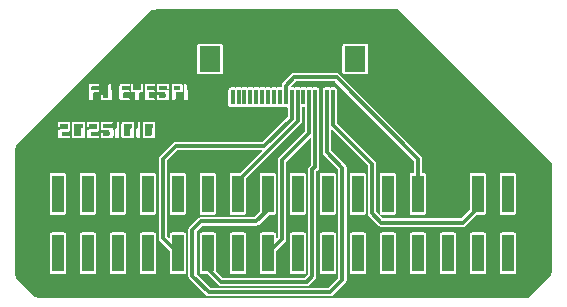
<source format=gbr>
%TF.GenerationSoftware,KiCad,Pcbnew,9.0.0*%
%TF.CreationDate,2025-10-10T10:30:39-07:00*%
%TF.ProjectId,fj-eyespi-min,666a2d65-7965-4737-9069-2d6d696e2e6b,rev?*%
%TF.SameCoordinates,Original*%
%TF.FileFunction,Copper,L1,Top*%
%TF.FilePolarity,Positive*%
%FSLAX46Y46*%
G04 Gerber Fmt 4.6, Leading zero omitted, Abs format (unit mm)*
G04 Created by KiCad (PCBNEW 9.0.0) date 2025-10-10 10:30:39*
%MOMM*%
%LPD*%
G01*
G04 APERTURE LIST*
%ADD10C,0.300000*%
%TA.AperFunction,SMDPad,CuDef*%
%ADD11R,1.000000X3.150000*%
%TD*%
%TA.AperFunction,SMDPad,CuDef*%
%ADD12R,0.300000X1.300000*%
%TD*%
%TA.AperFunction,SMDPad,CuDef*%
%ADD13R,1.800000X2.200000*%
%TD*%
%TA.AperFunction,Conductor*%
%ADD14C,0.300000*%
%TD*%
G04 APERTURE END LIST*
D10*
G36*
X138931690Y-85526106D02*
G01*
X138960886Y-85535525D01*
X138980874Y-85549553D01*
X138994932Y-85569410D01*
X139004230Y-85597730D01*
X139010458Y-85676773D01*
X139008352Y-85762960D01*
X139004574Y-85816316D01*
X138996170Y-85842461D01*
X138978393Y-85861164D01*
X138938834Y-85882212D01*
X138895054Y-85903644D01*
X138870232Y-85930846D01*
X138859333Y-85971696D01*
X138857226Y-86036359D01*
X138855120Y-86107800D01*
X138855120Y-86393748D01*
X138849991Y-86488636D01*
X138840832Y-86519191D01*
X138825628Y-86538828D01*
X138802813Y-86551232D01*
X138763987Y-86559161D01*
X138646109Y-86563283D01*
X138425741Y-86563283D01*
X138347064Y-86558154D01*
X138321766Y-86548949D01*
X138305299Y-86532875D01*
X138295068Y-86509534D01*
X138287988Y-86471051D01*
X138283866Y-86358027D01*
X138283866Y-85714600D01*
X138287988Y-85607072D01*
X138296007Y-85571961D01*
X138309329Y-85549461D01*
X138330069Y-85534312D01*
X138362635Y-85525098D01*
X138463568Y-85519877D01*
X138849716Y-85519877D01*
X138931690Y-85526106D01*
G37*
G36*
X143121432Y-85526106D02*
G01*
X143150627Y-85535525D01*
X143170616Y-85549553D01*
X143184673Y-85569410D01*
X143193972Y-85597730D01*
X143200200Y-85676773D01*
X143198094Y-85762960D01*
X143194316Y-85816316D01*
X143185912Y-85842461D01*
X143168135Y-85861164D01*
X143128576Y-85882212D01*
X143084795Y-85903644D01*
X143059974Y-85930846D01*
X143049075Y-85971696D01*
X143046968Y-86036359D01*
X143044862Y-86107800D01*
X143044862Y-86393748D01*
X143039733Y-86488636D01*
X143030574Y-86519191D01*
X143015369Y-86538828D01*
X142992555Y-86551232D01*
X142953729Y-86559161D01*
X142835851Y-86563283D01*
X142615483Y-86563283D01*
X142536806Y-86558154D01*
X142511507Y-86548949D01*
X142495040Y-86532875D01*
X142484810Y-86509534D01*
X142477730Y-86471051D01*
X142473608Y-86358027D01*
X142473608Y-85714600D01*
X142477730Y-85607072D01*
X142485749Y-85571961D01*
X142499071Y-85549461D01*
X142519811Y-85534312D01*
X142552377Y-85525098D01*
X142653310Y-85519877D01*
X143039458Y-85519877D01*
X143121432Y-85526106D01*
G37*
G36*
X144912220Y-85526106D02*
G01*
X144941416Y-85535525D01*
X144961405Y-85549553D01*
X144975462Y-85569410D01*
X144984760Y-85597730D01*
X144990989Y-85676773D01*
X144988882Y-85762960D01*
X144985105Y-85816316D01*
X144976700Y-85842461D01*
X144958923Y-85861164D01*
X144919364Y-85882212D01*
X144875584Y-85903644D01*
X144850763Y-85930846D01*
X144839863Y-85971696D01*
X144837757Y-86036359D01*
X144835650Y-86107800D01*
X144835650Y-86393748D01*
X144830521Y-86488636D01*
X144821363Y-86519191D01*
X144806158Y-86538828D01*
X144783344Y-86551232D01*
X144744517Y-86559161D01*
X144626639Y-86563283D01*
X144406271Y-86563283D01*
X144327595Y-86558154D01*
X144302296Y-86548949D01*
X144285829Y-86532875D01*
X144275599Y-86509534D01*
X144268518Y-86471051D01*
X144264397Y-86358027D01*
X144264397Y-85714600D01*
X144268518Y-85607072D01*
X144276538Y-85571961D01*
X144289859Y-85549461D01*
X144310599Y-85534312D01*
X144343165Y-85525098D01*
X144444098Y-85519877D01*
X144830246Y-85519877D01*
X144912220Y-85526106D01*
G37*
G36*
X145337632Y-86911667D02*
G01*
X136717230Y-86911667D01*
X136717230Y-85541859D01*
X136883897Y-85541859D01*
X136883897Y-85669446D01*
X136889707Y-85750566D01*
X136902398Y-85788514D01*
X136927981Y-85810250D01*
X136977137Y-85818831D01*
X137020974Y-85811063D01*
X137045464Y-85790895D01*
X137058745Y-85756670D01*
X137066072Y-85689321D01*
X137068178Y-85643709D01*
X137075322Y-85581427D01*
X137085327Y-85560343D01*
X137100693Y-85544149D01*
X137121264Y-85532742D01*
X137150976Y-85525006D01*
X137235240Y-85519877D01*
X137573120Y-85519877D01*
X137668741Y-85525006D01*
X137700616Y-85534106D01*
X137722047Y-85549278D01*
X137736532Y-85571561D01*
X137745494Y-85605332D01*
X137750623Y-85706632D01*
X137750623Y-85821304D01*
X137746410Y-85921779D01*
X137739206Y-85956934D01*
X137728183Y-85979023D01*
X137711499Y-85994910D01*
X137688524Y-86005218D01*
X137619282Y-86012271D01*
X137558374Y-86012271D01*
X137075780Y-86012271D01*
X137008682Y-86015452D01*
X136969718Y-86022987D01*
X136938350Y-86038424D01*
X136911741Y-86064020D01*
X136897647Y-86089324D01*
X136889209Y-86118791D01*
X136883897Y-86217435D01*
X136883897Y-86537729D01*
X136891316Y-86643883D01*
X136902867Y-86681119D01*
X136920442Y-86707264D01*
X136945405Y-86725749D01*
X136980434Y-86737489D01*
X137079902Y-86745000D01*
X137801823Y-86745000D01*
X137871941Y-86739098D01*
X137908618Y-86725491D01*
X137930741Y-86699932D01*
X137939026Y-86656248D01*
X137934802Y-86625802D01*
X137922723Y-86601110D01*
X137904203Y-86582150D01*
X137882514Y-86571801D01*
X137843039Y-86564382D01*
X137759874Y-86563283D01*
X137419888Y-86563283D01*
X137347622Y-86562275D01*
X137301827Y-86559070D01*
X137274166Y-86552933D01*
X137256031Y-86540568D01*
X137237489Y-86521216D01*
X137226448Y-86495872D01*
X137219303Y-86410601D01*
X137223425Y-86290891D01*
X137231471Y-86251145D01*
X137244766Y-86226045D01*
X137265592Y-86208963D01*
X137296973Y-86199208D01*
X137394700Y-86193988D01*
X137720032Y-86193988D01*
X137826735Y-86187668D01*
X137857792Y-86177892D01*
X137883430Y-86162022D01*
X137905392Y-86137635D01*
X137919975Y-86106518D01*
X137927575Y-86068532D01*
X137930691Y-86007325D01*
X137930691Y-85546897D01*
X138101783Y-85546897D01*
X138101783Y-85714600D01*
X138101783Y-86525730D01*
X138109202Y-86637930D01*
X138120907Y-86677082D01*
X138139244Y-86705249D01*
X138165877Y-86725215D01*
X138204549Y-86737581D01*
X138314549Y-86745000D01*
X138988202Y-86745000D01*
X139090784Y-86737581D01*
X139126956Y-86726079D01*
X139152791Y-86708455D01*
X139171306Y-86683628D01*
X139182924Y-86649470D01*
X139190435Y-86553025D01*
X139190435Y-85546897D01*
X139190085Y-85541859D01*
X139367847Y-85541859D01*
X139367847Y-85669446D01*
X139373657Y-85750566D01*
X139386348Y-85788514D01*
X139411930Y-85810250D01*
X139461086Y-85818831D01*
X139504924Y-85811063D01*
X139529413Y-85790895D01*
X139542695Y-85756670D01*
X139550021Y-85689321D01*
X139552128Y-85643709D01*
X139559272Y-85581427D01*
X139569277Y-85560343D01*
X139584643Y-85544149D01*
X139605214Y-85532742D01*
X139634926Y-85525006D01*
X139719190Y-85519877D01*
X140057069Y-85519877D01*
X140152691Y-85525006D01*
X140184566Y-85534106D01*
X140205997Y-85549278D01*
X140220482Y-85571561D01*
X140229444Y-85605332D01*
X140234573Y-85706632D01*
X140234573Y-85821304D01*
X140230360Y-85921779D01*
X140223155Y-85956934D01*
X140212133Y-85979023D01*
X140195448Y-85994910D01*
X140172474Y-86005218D01*
X140103231Y-86012271D01*
X140042323Y-86012271D01*
X139559730Y-86012271D01*
X139492632Y-86015452D01*
X139453668Y-86022987D01*
X139422299Y-86038424D01*
X139395690Y-86064020D01*
X139381597Y-86089324D01*
X139373159Y-86118791D01*
X139367847Y-86217435D01*
X139367847Y-86537729D01*
X139375266Y-86643883D01*
X139386816Y-86681119D01*
X139404392Y-86707264D01*
X139429355Y-86725749D01*
X139464384Y-86737489D01*
X139563852Y-86745000D01*
X140285772Y-86745000D01*
X140355891Y-86739098D01*
X140392568Y-86725491D01*
X140414691Y-86699932D01*
X140422976Y-86656248D01*
X140418752Y-86625802D01*
X140406673Y-86601110D01*
X140388152Y-86582150D01*
X140366464Y-86571801D01*
X140326988Y-86564382D01*
X140243824Y-86563283D01*
X139903838Y-86563283D01*
X139831572Y-86562275D01*
X139785777Y-86559070D01*
X139758116Y-86552933D01*
X139739981Y-86540568D01*
X139721439Y-86521216D01*
X139710397Y-86495872D01*
X139703253Y-86410601D01*
X139707375Y-86290891D01*
X139715420Y-86251145D01*
X139728715Y-86226045D01*
X139749542Y-86208963D01*
X139780922Y-86199208D01*
X139878650Y-86193988D01*
X140203982Y-86193988D01*
X140310685Y-86187668D01*
X140341742Y-86177892D01*
X140367380Y-86162022D01*
X140389341Y-86137635D01*
X140403925Y-86106518D01*
X140411524Y-86068532D01*
X140414641Y-86007325D01*
X140414641Y-85541584D01*
X140413772Y-85511726D01*
X140570987Y-85511726D01*
X140570987Y-85869938D01*
X140578497Y-85972978D01*
X140590514Y-86008960D01*
X140609730Y-86034253D01*
X140636621Y-86051950D01*
X140673844Y-86063470D01*
X140781738Y-86070889D01*
X141077577Y-86070889D01*
X141190143Y-86075011D01*
X141228039Y-86083298D01*
X141251875Y-86097359D01*
X141267901Y-86118806D01*
X141277246Y-86150482D01*
X141282466Y-86248026D01*
X141282466Y-86398694D01*
X141277246Y-86485797D01*
X141268410Y-86515675D01*
X141253890Y-86535897D01*
X141232730Y-86549508D01*
X141200676Y-86558154D01*
X141106978Y-86563283D01*
X140899249Y-86563283D01*
X140822496Y-86557146D01*
X140796533Y-86547666D01*
X140778624Y-86532875D01*
X140766487Y-86512062D01*
X140758291Y-86480851D01*
X140753162Y-86388527D01*
X140747022Y-86326391D01*
X140732462Y-86292540D01*
X140706245Y-86272076D01*
X140662120Y-86264330D01*
X140621117Y-86272644D01*
X140590587Y-86296844D01*
X140574193Y-86335587D01*
X140570987Y-86417836D01*
X140570987Y-86537088D01*
X140578406Y-86644707D01*
X140590419Y-86681483D01*
X140609638Y-86707630D01*
X140637090Y-86725803D01*
X140676958Y-86737581D01*
X140790073Y-86745000D01*
X141409137Y-86745000D01*
X141517031Y-86737581D01*
X141553874Y-86725409D01*
X141580137Y-86705432D01*
X141598452Y-86676994D01*
X141610271Y-86636098D01*
X141617781Y-86518037D01*
X141617781Y-86093054D01*
X141611819Y-86010164D01*
X141766800Y-86010164D01*
X141766800Y-86072904D01*
X141766800Y-86595706D01*
X141771920Y-86646600D01*
X141785593Y-86683419D01*
X141806550Y-86709737D01*
X141835325Y-86727930D01*
X141876884Y-86740278D01*
X141935602Y-86745000D01*
X141992791Y-86740291D01*
X142033287Y-86727960D01*
X142061357Y-86709737D01*
X142081735Y-86683507D01*
X142095088Y-86646697D01*
X142100100Y-86595706D01*
X142100100Y-85546897D01*
X142291525Y-85546897D01*
X142291525Y-85714600D01*
X142291525Y-86525730D01*
X142298944Y-86637930D01*
X142310649Y-86677082D01*
X142328986Y-86705249D01*
X142355619Y-86725215D01*
X142394290Y-86737581D01*
X142504291Y-86745000D01*
X143177943Y-86745000D01*
X143280525Y-86737581D01*
X143316698Y-86726079D01*
X143342533Y-86708455D01*
X143361048Y-86683628D01*
X143372666Y-86649470D01*
X143380177Y-86553025D01*
X143380177Y-86010164D01*
X143557588Y-86010164D01*
X143557588Y-86072904D01*
X143557588Y-86595706D01*
X143562709Y-86646600D01*
X143576382Y-86683419D01*
X143597339Y-86709737D01*
X143626113Y-86727930D01*
X143667673Y-86740278D01*
X143726391Y-86745000D01*
X143783580Y-86740291D01*
X143824076Y-86727960D01*
X143852145Y-86709737D01*
X143872523Y-86683507D01*
X143885877Y-86646697D01*
X143890888Y-86595706D01*
X143890888Y-85546897D01*
X144082314Y-85546897D01*
X144082314Y-85714600D01*
X144082314Y-86525730D01*
X144089733Y-86637930D01*
X144101437Y-86677082D01*
X144119774Y-86705249D01*
X144146408Y-86725215D01*
X144185079Y-86737581D01*
X144295080Y-86745000D01*
X144968732Y-86745000D01*
X145071314Y-86737581D01*
X145107486Y-86726079D01*
X145133321Y-86708455D01*
X145151837Y-86683628D01*
X145163455Y-86649470D01*
X145170965Y-86553025D01*
X145170965Y-85546897D01*
X145163546Y-85440010D01*
X145151764Y-85402033D01*
X145133413Y-85375805D01*
X145107330Y-85357400D01*
X145070307Y-85345671D01*
X144964519Y-85338161D01*
X144292973Y-85338161D01*
X144220153Y-85340705D01*
X144178668Y-85346679D01*
X144145222Y-85359204D01*
X144118767Y-85378919D01*
X144101054Y-85403349D01*
X144089733Y-85435797D01*
X144082314Y-85546897D01*
X143890888Y-85546897D01*
X143890888Y-85447704D01*
X143883956Y-85396572D01*
X143865970Y-85364305D01*
X143837755Y-85345180D01*
X143795634Y-85338161D01*
X143758207Y-85345011D01*
X143732403Y-85364147D01*
X143715402Y-85397559D01*
X143708714Y-85451917D01*
X143708714Y-85717531D01*
X143706607Y-85792452D01*
X143698456Y-85837607D01*
X143681328Y-85863893D01*
X143649821Y-85882028D01*
X143626648Y-85890363D01*
X143590907Y-85910714D01*
X143571693Y-85932404D01*
X143561720Y-85961098D01*
X143557588Y-86010164D01*
X143380177Y-86010164D01*
X143380177Y-85546897D01*
X143372758Y-85440010D01*
X143360975Y-85402033D01*
X143342624Y-85375805D01*
X143316542Y-85357400D01*
X143279518Y-85345671D01*
X143173730Y-85338161D01*
X142502185Y-85338161D01*
X142429365Y-85340705D01*
X142387879Y-85346679D01*
X142354433Y-85359204D01*
X142327978Y-85378919D01*
X142310265Y-85403349D01*
X142298944Y-85435797D01*
X142291525Y-85546897D01*
X142100100Y-85546897D01*
X142100100Y-85447704D01*
X142093167Y-85396572D01*
X142075181Y-85364305D01*
X142046966Y-85345180D01*
X142004845Y-85338161D01*
X141967419Y-85345011D01*
X141941614Y-85364147D01*
X141924614Y-85397559D01*
X141917925Y-85451917D01*
X141917925Y-85717531D01*
X141915819Y-85792452D01*
X141907667Y-85837607D01*
X141890539Y-85863893D01*
X141859032Y-85882028D01*
X141835860Y-85890363D01*
X141800118Y-85910714D01*
X141780905Y-85932404D01*
X141770931Y-85961098D01*
X141766800Y-86010164D01*
X141611819Y-86010164D01*
X141610271Y-85988640D01*
X141598066Y-85952750D01*
X141577939Y-85926633D01*
X141549848Y-85908300D01*
X141510711Y-85896591D01*
X141398695Y-85889173D01*
X140932772Y-85889173D01*
X140837059Y-85882853D01*
X140804815Y-85873274D01*
X140782654Y-85859131D01*
X140767121Y-85838517D01*
X140757192Y-85808114D01*
X140751055Y-85717348D01*
X140758291Y-85604050D01*
X140768269Y-85566723D01*
X140779723Y-85546714D01*
X140796794Y-85535212D01*
X140826618Y-85526197D01*
X140920224Y-85519877D01*
X141425990Y-85519877D01*
X141490216Y-85513794D01*
X141524450Y-85499544D01*
X141545004Y-85473550D01*
X141552752Y-85430027D01*
X141543936Y-85385082D01*
X141520145Y-85358494D01*
X141480377Y-85344409D01*
X141400802Y-85338161D01*
X140766992Y-85338161D01*
X140671737Y-85345671D01*
X140636415Y-85356819D01*
X140610737Y-85373698D01*
X140591844Y-85397078D01*
X140579505Y-85427554D01*
X140570987Y-85511726D01*
X140413772Y-85511726D01*
X140412534Y-85469228D01*
X140405024Y-85421509D01*
X140388721Y-85390459D01*
X140363075Y-85367928D01*
X140336794Y-85354047D01*
X140300152Y-85344572D01*
X140187129Y-85338161D01*
X139589039Y-85338161D01*
X139473818Y-85345580D01*
X139433879Y-85357153D01*
X139406590Y-85374614D01*
X139387420Y-85399856D01*
X139375357Y-85436438D01*
X139367847Y-85541859D01*
X139190085Y-85541859D01*
X139183016Y-85440010D01*
X139171233Y-85402033D01*
X139152882Y-85375805D01*
X139126800Y-85357400D01*
X139089776Y-85345671D01*
X138983989Y-85338161D01*
X138312443Y-85338161D01*
X138239623Y-85340705D01*
X138198137Y-85346679D01*
X138164691Y-85359204D01*
X138138237Y-85378919D01*
X138120523Y-85403349D01*
X138109202Y-85435797D01*
X138101783Y-85546897D01*
X137930691Y-85546897D01*
X137930691Y-85541584D01*
X137928585Y-85469228D01*
X137921074Y-85421509D01*
X137904771Y-85390459D01*
X137879125Y-85367928D01*
X137852844Y-85354047D01*
X137816202Y-85344572D01*
X137703179Y-85338161D01*
X137105089Y-85338161D01*
X136989868Y-85345580D01*
X136949929Y-85357153D01*
X136922640Y-85374614D01*
X136903470Y-85399856D01*
X136891407Y-85436438D01*
X136883897Y-85541859D01*
X136717230Y-85541859D01*
X136717230Y-85171494D01*
X145337632Y-85171494D01*
X145337632Y-86911667D01*
G37*
G36*
X147216006Y-82328853D02*
G01*
X147242822Y-82337608D01*
X147260886Y-82352117D01*
X147273108Y-82372838D01*
X147281219Y-82403317D01*
X147286348Y-82492801D01*
X147282226Y-82598131D01*
X147274748Y-82633353D01*
X147262901Y-82655650D01*
X147244619Y-82671146D01*
X147217014Y-82681021D01*
X147134032Y-82687158D01*
X146859076Y-82687158D01*
X146783513Y-82681021D01*
X146758563Y-82671324D01*
X146740648Y-82655650D01*
X146728483Y-82633622D01*
X146720224Y-82600238D01*
X146715095Y-82503334D01*
X146720224Y-82409637D01*
X146728680Y-82377233D01*
X146741656Y-82355232D01*
X146760546Y-82339520D01*
X146786536Y-82329861D01*
X146865396Y-82323633D01*
X147134032Y-82323633D01*
X147216006Y-82328853D01*
G37*
G36*
X148120256Y-83711667D02*
G01*
X139381976Y-83711667D01*
X139381976Y-82320702D01*
X139548643Y-82320702D01*
X139548643Y-83372076D01*
X139553904Y-83437999D01*
X139567224Y-83481295D01*
X139586195Y-83508546D01*
X139613995Y-83526963D01*
X139657699Y-83539901D01*
X139723674Y-83545000D01*
X139782207Y-83539862D01*
X139821667Y-83526649D01*
X139847413Y-83507356D01*
X139864861Y-83479824D01*
X139877068Y-83437349D01*
X139881851Y-83374182D01*
X139881851Y-83141266D01*
X140520791Y-83141266D01*
X140520791Y-83361634D01*
X140529309Y-83451760D01*
X140541453Y-83483957D01*
X140559351Y-83507447D01*
X140583949Y-83524499D01*
X140618244Y-83536482D01*
X140710476Y-83545000D01*
X141331646Y-83545000D01*
X141403106Y-83539481D01*
X141450860Y-83525425D01*
X141481581Y-83505341D01*
X141502929Y-83475748D01*
X141517677Y-83429974D01*
X141523438Y-83361634D01*
X141523438Y-82853762D01*
X141521240Y-82778840D01*
X141510432Y-82732770D01*
X141487718Y-82704651D01*
X141448150Y-82683219D01*
X141404736Y-82661512D01*
X141382479Y-82636233D01*
X141373320Y-82589979D01*
X141372313Y-82505349D01*
X141372313Y-82343783D01*
X142119055Y-82343783D01*
X142119055Y-83367862D01*
X142127573Y-83452767D01*
X142139897Y-83484007D01*
X142158714Y-83507447D01*
X142184213Y-83524556D01*
X142218614Y-83536482D01*
X142310846Y-83545000D01*
X142846013Y-83545000D01*
X142914374Y-83538625D01*
X142952808Y-83523384D01*
X142976648Y-83495821D01*
X142985323Y-83451851D01*
X142976585Y-83408024D01*
X142952717Y-83381326D01*
X142914143Y-83366856D01*
X142843907Y-83360718D01*
X142625645Y-83360718D01*
X142530848Y-83355589D01*
X142499923Y-83346946D01*
X142479740Y-83333333D01*
X142466102Y-83313075D01*
X142457392Y-83282133D01*
X142452263Y-83187428D01*
X142452263Y-83078251D01*
X142456385Y-82962480D01*
X142464228Y-82923260D01*
X142476718Y-82898733D01*
X142496259Y-82881839D01*
X142524803Y-82872355D01*
X142613005Y-82867134D01*
X142812399Y-82867134D01*
X142887962Y-82867134D01*
X142927730Y-82860652D01*
X142958121Y-82842221D01*
X142978331Y-82813648D01*
X142985323Y-82776092D01*
X142981492Y-82749156D01*
X142970119Y-82725168D01*
X142952518Y-82705719D01*
X142930735Y-82693477D01*
X142892450Y-82687158D01*
X142816612Y-82685051D01*
X142485053Y-82685051D01*
X142422038Y-82685051D01*
X142361222Y-82678914D01*
X142340159Y-82669658D01*
X142324585Y-82654643D01*
X142313944Y-82634045D01*
X142306267Y-82603352D01*
X142301138Y-82517989D01*
X142306359Y-82413758D01*
X142314670Y-82377391D01*
X142326692Y-82354132D01*
X142344996Y-82337724D01*
X142371571Y-82327754D01*
X142451439Y-82321526D01*
X142869094Y-82321526D01*
X142923436Y-82314740D01*
X142956971Y-82297437D01*
X142976277Y-82271043D01*
X142978671Y-82257779D01*
X143105857Y-82257779D01*
X143105857Y-82658581D01*
X143113276Y-82757957D01*
X143123856Y-82793643D01*
X143139013Y-82819965D01*
X143160489Y-82839953D01*
X143189480Y-82853395D01*
X143223773Y-82860366D01*
X143270263Y-82863012D01*
X143307998Y-82865119D01*
X143373120Y-82872263D01*
X143396070Y-82882227D01*
X143411771Y-82896535D01*
X143422446Y-82916101D01*
X143430089Y-82945811D01*
X143435310Y-83029983D01*
X143435310Y-83334340D01*
X143442729Y-83437930D01*
X143453657Y-83475355D01*
X143469565Y-83502043D01*
X143492250Y-83521934D01*
X143523237Y-83535382D01*
X143559624Y-83542364D01*
X143608234Y-83545000D01*
X143664082Y-83540205D01*
X143701932Y-83527872D01*
X143731846Y-83505979D01*
X143753589Y-83474016D01*
X143766320Y-83421901D01*
X143770625Y-83332233D01*
X143770625Y-83029983D01*
X143775754Y-82949016D01*
X143783641Y-82920357D01*
X143795080Y-82900840D01*
X143811620Y-82886417D01*
X143834830Y-82876476D01*
X143902058Y-82867134D01*
X143939885Y-82867134D01*
X143986259Y-82862602D01*
X144019569Y-82854403D01*
X144047810Y-82840387D01*
X144068937Y-82820972D01*
X144084067Y-82795439D01*
X144094766Y-82759057D01*
X144102185Y-82660688D01*
X144102185Y-82343783D01*
X144251295Y-82343783D01*
X144251295Y-83367862D01*
X144259813Y-83452767D01*
X144272137Y-83484007D01*
X144290954Y-83507447D01*
X144316453Y-83524556D01*
X144350854Y-83536482D01*
X144443087Y-83545000D01*
X144978253Y-83545000D01*
X145046614Y-83538625D01*
X145085048Y-83523384D01*
X145108888Y-83495821D01*
X145117563Y-83451851D01*
X145108825Y-83408024D01*
X145084957Y-83381326D01*
X145046383Y-83366856D01*
X144976147Y-83360718D01*
X144757885Y-83360718D01*
X144663088Y-83355589D01*
X144632163Y-83346946D01*
X144611980Y-83333333D01*
X144598343Y-83313075D01*
X144589632Y-83282133D01*
X144584503Y-83187428D01*
X144584503Y-83078251D01*
X144588625Y-82962480D01*
X144596468Y-82923260D01*
X144608958Y-82898733D01*
X144628499Y-82881839D01*
X144657043Y-82872355D01*
X144745245Y-82867134D01*
X144944639Y-82867134D01*
X145020202Y-82867134D01*
X145059970Y-82860652D01*
X145090361Y-82842221D01*
X145110571Y-82813648D01*
X145117563Y-82776092D01*
X145113732Y-82749156D01*
X145102359Y-82725168D01*
X145084758Y-82705719D01*
X145062975Y-82693477D01*
X145024690Y-82687158D01*
X144948852Y-82685051D01*
X144617293Y-82685051D01*
X144554278Y-82685051D01*
X144493462Y-82678914D01*
X144472399Y-82669658D01*
X144456825Y-82654643D01*
X144446184Y-82634045D01*
X144438507Y-82603352D01*
X144433378Y-82517989D01*
X144438599Y-82413758D01*
X144446910Y-82377391D01*
X144458932Y-82354132D01*
X144477236Y-82337724D01*
X144500149Y-82329128D01*
X145265300Y-82329128D01*
X145265300Y-82673236D01*
X145273818Y-82769681D01*
X145286092Y-82803888D01*
X145303951Y-82828574D01*
X145328639Y-82846412D01*
X145362844Y-82858616D01*
X145457183Y-82867134D01*
X145845346Y-82867134D01*
X145939043Y-82872355D01*
X145971368Y-82880553D01*
X145992349Y-82892688D01*
X146007100Y-82910895D01*
X146016713Y-82938667D01*
X146022941Y-83021648D01*
X146022941Y-83191641D01*
X146017720Y-83281217D01*
X146009847Y-83311791D01*
X145998394Y-83332417D01*
X145981303Y-83346939D01*
X145955621Y-83355681D01*
X145881066Y-83360718D01*
X145599882Y-83360718D01*
X145522029Y-83354582D01*
X145494742Y-83345513D01*
X145475959Y-83332233D01*
X145462675Y-83313608D01*
X145453611Y-83287262D01*
X145447474Y-83210509D01*
X145447474Y-83139159D01*
X145440688Y-83084818D01*
X145423386Y-83051283D01*
X145396992Y-83031976D01*
X145358539Y-83025037D01*
X145317515Y-83031998D01*
X145289884Y-83051051D01*
X145272159Y-83083410D01*
X145265300Y-83134946D01*
X145265300Y-83338553D01*
X145273818Y-83439029D01*
X145285782Y-83475510D01*
X145302760Y-83502135D01*
X145326258Y-83521999D01*
X145357440Y-83535382D01*
X145394073Y-83542337D01*
X145444543Y-83545000D01*
X146132850Y-83545000D01*
X146245874Y-83537581D01*
X146286073Y-83526055D01*
X146314292Y-83508546D01*
X146334720Y-83483572D01*
X146347631Y-83449653D01*
X146356149Y-83353208D01*
X146356149Y-82881056D01*
X146353634Y-82815872D01*
X146347631Y-82777283D01*
X146335116Y-82745873D01*
X146315391Y-82721504D01*
X146289247Y-82702207D01*
X146257506Y-82691462D01*
X146145490Y-82685051D01*
X145608217Y-82685051D01*
X145522029Y-82678914D01*
X145493177Y-82669250D01*
X145473944Y-82654551D01*
X145461128Y-82633279D01*
X145452603Y-82600146D01*
X145447474Y-82501228D01*
X145452603Y-82409545D01*
X145460800Y-82377037D01*
X145472937Y-82355140D01*
X145490840Y-82339185D01*
X145515801Y-82328762D01*
X145587242Y-82321526D01*
X146015339Y-82321526D01*
X146092275Y-82325739D01*
X146119102Y-82332252D01*
X146137338Y-82341951D01*
X146150974Y-82356229D01*
X146160602Y-82376481D01*
X146169853Y-82436290D01*
X146171868Y-82469904D01*
X146181263Y-82519753D01*
X146199558Y-82550962D01*
X146225914Y-82569047D01*
X146263001Y-82575508D01*
X146302780Y-82568019D01*
X146330452Y-82546936D01*
X146348863Y-82509737D01*
X146356149Y-82448746D01*
X146356149Y-82327021D01*
X146533012Y-82327021D01*
X146533012Y-82503334D01*
X146533012Y-83346888D01*
X146539423Y-83448554D01*
X146549733Y-83478232D01*
X146567358Y-83502226D01*
X146598692Y-83524868D01*
X146640935Y-83539558D01*
X146697509Y-83545000D01*
X146763012Y-83539199D01*
X146805915Y-83524454D01*
X146832881Y-83503142D01*
X146850398Y-83472565D01*
X146863179Y-83421926D01*
X146868326Y-83342675D01*
X146868326Y-83048942D01*
X146872448Y-82951031D01*
X146880127Y-82918800D01*
X146892690Y-82897725D01*
X146911729Y-82883227D01*
X146939676Y-82874461D01*
X147024856Y-82869241D01*
X147253650Y-82869241D01*
X147363559Y-82861822D01*
X147402629Y-82850315D01*
X147429780Y-82832879D01*
X147449224Y-82807692D01*
X147462020Y-82771788D01*
X147470629Y-82671221D01*
X147470629Y-82354316D01*
X147468523Y-82277379D01*
X147462726Y-82243032D01*
X147620381Y-82243032D01*
X147620381Y-83395157D01*
X147625458Y-83447789D01*
X147638842Y-83484930D01*
X147659032Y-83510653D01*
X147687111Y-83528299D01*
X147728238Y-83540362D01*
X147786985Y-83545000D01*
X147844155Y-83540297D01*
X147885085Y-83527924D01*
X147913838Y-83509554D01*
X147934787Y-83483175D01*
X147948465Y-83446241D01*
X147953589Y-83395157D01*
X147953589Y-82870523D01*
X147953589Y-82807600D01*
X147949149Y-82758304D01*
X147938385Y-82729473D01*
X147918380Y-82707649D01*
X147882514Y-82687341D01*
X147861540Y-82678914D01*
X147828842Y-82660596D01*
X147810615Y-82634310D01*
X147802464Y-82588972D01*
X147800449Y-82513776D01*
X147800449Y-82247246D01*
X147793751Y-82192682D01*
X147776736Y-82159164D01*
X147750930Y-82139985D01*
X147713529Y-82133123D01*
X147672553Y-82140081D01*
X147644949Y-82159129D01*
X147627236Y-82191486D01*
X147620381Y-82243032D01*
X147462726Y-82243032D01*
X147459913Y-82226363D01*
X147442694Y-82193024D01*
X147412652Y-82167287D01*
X147386938Y-82153328D01*
X147353942Y-82144755D01*
X147245224Y-82139443D01*
X146752097Y-82139443D01*
X146642188Y-82146862D01*
X146602946Y-82158338D01*
X146574869Y-82175896D01*
X146554389Y-82200650D01*
X146541530Y-82233690D01*
X146533012Y-82327021D01*
X146356149Y-82327021D01*
X146356149Y-82303941D01*
X146353500Y-82257381D01*
X146346532Y-82223157D01*
X146333133Y-82194116D01*
X146313101Y-82172691D01*
X146286505Y-82157557D01*
X146248988Y-82146862D01*
X146147596Y-82139443D01*
X145467624Y-82139443D01*
X145404157Y-82141926D01*
X145364951Y-82147961D01*
X145332359Y-82160412D01*
X145306058Y-82180109D01*
X145286122Y-82205558D01*
X145273909Y-82233782D01*
X145267879Y-82268161D01*
X145265300Y-82329128D01*
X144500149Y-82329128D01*
X144503811Y-82327754D01*
X144583679Y-82321526D01*
X145001334Y-82321526D01*
X145055676Y-82314740D01*
X145089211Y-82297437D01*
X145108518Y-82271043D01*
X145115457Y-82232591D01*
X145108361Y-82191929D01*
X145088795Y-82164307D01*
X145055225Y-82146411D01*
X145001334Y-82139443D01*
X144443087Y-82139443D01*
X144346550Y-82147961D01*
X144312449Y-82160423D01*
X144287657Y-82179193D01*
X144270177Y-82205167D01*
X144258714Y-82242300D01*
X144251295Y-82343783D01*
X144102185Y-82343783D01*
X144102185Y-82259885D01*
X144096108Y-82197403D01*
X144081577Y-82162524D01*
X144055222Y-82141145D01*
X144011143Y-82133123D01*
X143966825Y-82140849D01*
X143939702Y-82161425D01*
X143924360Y-82195246D01*
X143917995Y-82255672D01*
X143917995Y-82528522D01*
X143912774Y-82611595D01*
X143904008Y-82639542D01*
X143889510Y-82658581D01*
X143868440Y-82671435D01*
X143836204Y-82679922D01*
X143742506Y-82685051D01*
X143467642Y-82685051D01*
X143371746Y-82679922D01*
X143339591Y-82671439D01*
X143318531Y-82658581D01*
X143304013Y-82639543D01*
X143295176Y-82611595D01*
X143290047Y-82528522D01*
X143290047Y-82257779D01*
X143283909Y-82195453D01*
X143269347Y-82161425D01*
X143243120Y-82140890D01*
X143199005Y-82133123D01*
X143154790Y-82141079D01*
X143127564Y-82162432D01*
X143112182Y-82197188D01*
X143105857Y-82257779D01*
X142978671Y-82257779D01*
X142983217Y-82232591D01*
X142976121Y-82191929D01*
X142956555Y-82164307D01*
X142922985Y-82146411D01*
X142869094Y-82139443D01*
X142310846Y-82139443D01*
X142214310Y-82147961D01*
X142180209Y-82160423D01*
X142155416Y-82179193D01*
X142137937Y-82205167D01*
X142126474Y-82242300D01*
X142119055Y-82343783D01*
X141372313Y-82343783D01*
X141372313Y-82247246D01*
X141365526Y-82192904D01*
X141348224Y-82159369D01*
X141321830Y-82140062D01*
X141283378Y-82133123D01*
X141241285Y-82140155D01*
X141213068Y-82159325D01*
X141195066Y-82191698D01*
X141188123Y-82243032D01*
X141188123Y-83179002D01*
X141182903Y-83274897D01*
X141174474Y-83307057D01*
X141161562Y-83328203D01*
X141142615Y-83343011D01*
X141115583Y-83352567D01*
X141033609Y-83358703D01*
X140857388Y-83358703D01*
X140768178Y-83352567D01*
X140744231Y-83342418D01*
X140725405Y-83324173D01*
X140715589Y-83305986D01*
X140709102Y-83280118D01*
X140702874Y-83179002D01*
X140700767Y-83115804D01*
X140694447Y-83079625D01*
X140677435Y-83048324D01*
X140650390Y-83029756D01*
X140609726Y-83022930D01*
X140571565Y-83030000D01*
X140545154Y-83049810D01*
X140527682Y-83084554D01*
X140520791Y-83141266D01*
X139881851Y-83141266D01*
X139881851Y-83063597D01*
X139885973Y-82960465D01*
X139893709Y-82925109D01*
X139906306Y-82901939D01*
X139925539Y-82885788D01*
X139953292Y-82876568D01*
X140038381Y-82871347D01*
X140286043Y-82871347D01*
X140348525Y-82865271D01*
X140383404Y-82850739D01*
X140404783Y-82824385D01*
X140412805Y-82780306D01*
X140404557Y-82736331D01*
X140382397Y-82709872D01*
X140346093Y-82695393D01*
X140279723Y-82689264D01*
X139899895Y-82689264D01*
X139808395Y-82684135D01*
X139778331Y-82675471D01*
X139758203Y-82661787D01*
X139744574Y-82641594D01*
X139735855Y-82610587D01*
X139730726Y-82517989D01*
X139735947Y-82416964D01*
X139744244Y-82381492D01*
X139756372Y-82358346D01*
X139774519Y-82341576D01*
X139800244Y-82330868D01*
X139876814Y-82323633D01*
X140290256Y-82323633D01*
X140348862Y-82317618D01*
X140382397Y-82303025D01*
X140403023Y-82276999D01*
X140410698Y-82234698D01*
X140403191Y-82193682D01*
X140382222Y-82165403D01*
X140345608Y-82146773D01*
X140286043Y-82139443D01*
X139742541Y-82139443D01*
X139648203Y-82147961D01*
X139613824Y-82160117D01*
X139588302Y-82178003D01*
X139569440Y-82202270D01*
X139557161Y-82233690D01*
X139548643Y-82320702D01*
X139381976Y-82320702D01*
X139381976Y-81966456D01*
X148120256Y-81966456D01*
X148120256Y-83711667D01*
G37*
D11*
%TO.P,J2,32,Pin_32*%
%TO.N,unconnected-(J2-Pin_32-Pad32)*%
X136900000Y-96500000D03*
%TO.P,J2,31,Pin_31*%
%TO.N,unconnected-(J2-Pin_31-Pad31)*%
X136900000Y-91450000D03*
%TO.P,J2,30,Pin_30*%
%TO.N,unconnected-(J2-Pin_30-Pad30)*%
X139440000Y-96500000D03*
%TO.P,J2,29,Pin_29*%
%TO.N,unconnected-(J2-Pin_29-Pad29)*%
X139440000Y-91450000D03*
%TO.P,J2,28,Pin_28*%
%TO.N,unconnected-(J2-Pin_28-Pad28)*%
X141980000Y-96500000D03*
%TO.P,J2,27,Pin_27*%
%TO.N,unconnected-(J2-Pin_27-Pad27)*%
X141980000Y-91450000D03*
%TO.P,J2,26,Pin_26*%
%TO.N,unconnected-(J2-Pin_26-Pad26)*%
X144520000Y-96500000D03*
%TO.P,J2,25,Pin_25*%
%TO.N,unconnected-(J2-Pin_25-Pad25)*%
X144520000Y-91450000D03*
%TO.P,J2,24,Pin_24*%
%TO.N,/reset*%
X147060000Y-96500000D03*
%TO.P,J2,23,Pin_23*%
%TO.N,unconnected-(J2-Pin_23-Pad23)*%
X147060000Y-91450000D03*
%TO.P,J2,22,Pin_22*%
%TO.N,/sck*%
X149600000Y-96500000D03*
%TO.P,J2,21,Pin_21*%
%TO.N,unconnected-(J2-Pin_21-Pad21)*%
X149600000Y-91450000D03*
%TO.P,J2,20,Pin_20*%
%TO.N,unconnected-(J2-Pin_20-Pad20)*%
X152140000Y-96500000D03*
%TO.P,J2,19,Pin_19*%
%TO.N,/dc*%
X152140000Y-91450000D03*
%TO.P,J2,18,Pin_18*%
%TO.N,/mosi*%
X154680000Y-96500000D03*
%TO.P,J2,17,Pin_17*%
%TO.N,/backlite*%
X154680000Y-91450000D03*
%TO.P,J2,16,Pin_16*%
%TO.N,unconnected-(J2-Pin_16-Pad16)*%
X157220000Y-96500000D03*
%TO.P,J2,15,Pin_15*%
%TO.N,unconnected-(J2-Pin_15-Pad15)*%
X157220000Y-91450000D03*
%TO.P,J2,14,Pin_14*%
%TO.N,unconnected-(J2-Pin_14-Pad14)*%
X159760000Y-96500000D03*
%TO.P,J2,13,Pin_13*%
%TO.N,unconnected-(J2-Pin_13-Pad13)*%
X159760000Y-91450000D03*
%TO.P,J2,12,Pin_12*%
%TO.N,unconnected-(J2-Pin_12-Pad12)*%
X162300000Y-96500000D03*
%TO.P,J2,11,Pin_11*%
%TO.N,unconnected-(J2-Pin_11-Pad11)*%
X162300000Y-91450000D03*
%TO.P,J2,10,Pin_10*%
%TO.N,unconnected-(J2-Pin_10-Pad10)*%
X164840000Y-96500000D03*
%TO.P,J2,9,Pin_9*%
%TO.N,unconnected-(J2-Pin_9-Pad9)*%
X164840000Y-91450000D03*
%TO.P,J2,8,Pin_8*%
%TO.N,unconnected-(J2-Pin_8-Pad8)*%
X167380000Y-96500000D03*
%TO.P,J2,7,Pin_7*%
%TO.N,/disp_cs*%
X167380000Y-91450000D03*
%TO.P,J2,6,Pin_6*%
%TO.N,unconnected-(J2-Pin_6-Pad6)*%
X169920000Y-96500000D03*
%TO.P,J2,5,Pin_5*%
%TO.N,gnd*%
X169920000Y-91450000D03*
%TO.P,J2,4,Pin_4*%
%TO.N,unconnected-(J2-Pin_4-Pad4)*%
X172460000Y-96500000D03*
%TO.P,J2,3,Pin_3*%
%TO.N,3v3*%
X172460000Y-91450000D03*
%TO.P,J2,2,Pin_2*%
%TO.N,unconnected-(J2-Pin_2-Pad2)*%
X175000000Y-96500000D03*
%TO.P,J2,1,Pin_1*%
%TO.N,unconnected-(J2-Pin_1-Pad1)*%
X175000000Y-91450000D03*
%TD*%
D12*
%TO.P,J1,1,Pin_1*%
%TO.N,3v3*%
X160200000Y-83300000D03*
%TO.P,J1,2,Pin_2*%
%TO.N,/backlite*%
X159700000Y-83300000D03*
%TO.P,J1,3,Pin_3*%
%TO.N,gnd*%
X159200000Y-83300000D03*
%TO.P,J1,4,Pin_4*%
%TO.N,/sck*%
X158700000Y-83300000D03*
%TO.P,J1,5,Pin_5*%
%TO.N,/mosi*%
X158200000Y-83300000D03*
%TO.P,J1,6,Pin_6*%
%TO.N,unconnected-(J1-Pin_6-Pad6)*%
X157700000Y-83300000D03*
%TO.P,J1,7,Pin_7*%
%TO.N,/dc*%
X157200000Y-83300000D03*
%TO.P,J1,8,Pin_8*%
%TO.N,/reset*%
X156700000Y-83300000D03*
%TO.P,J1,9,Pin_9*%
%TO.N,/disp_cs*%
X156200000Y-83300000D03*
%TO.P,J1,10,Pin_10*%
%TO.N,unconnected-(J1-Pin_10-Pad10)*%
X155700000Y-83300000D03*
%TO.P,J1,11,Pin_11*%
%TO.N,unconnected-(J1-Pin_11-Pad11)*%
X155200000Y-83300000D03*
%TO.P,J1,12,Pin_12*%
%TO.N,unconnected-(J1-Pin_12-Pad12)*%
X154700000Y-83300000D03*
%TO.P,J1,13,Pin_13*%
%TO.N,unconnected-(J1-Pin_13-Pad13)*%
X154200000Y-83300000D03*
%TO.P,J1,14,Pin_14*%
%TO.N,unconnected-(J1-Pin_14-Pad14)*%
X153700000Y-83300000D03*
%TO.P,J1,15,Pin_15*%
%TO.N,unconnected-(J1-Pin_15-Pad15)*%
X153200000Y-83300000D03*
%TO.P,J1,16,Pin_16*%
%TO.N,unconnected-(J1-Pin_16-Pad16)*%
X152700000Y-83300000D03*
%TO.P,J1,17,Pin_17*%
%TO.N,unconnected-(J1-Pin_17-Pad17)*%
X152200000Y-83300000D03*
%TO.P,J1,18,Pin_18*%
%TO.N,unconnected-(J1-Pin_18-Pad18)*%
X151700000Y-83300000D03*
D13*
%TO.P,J1,MP*%
%TO.N,N/C*%
X162100000Y-80050000D03*
X149800000Y-80050000D03*
%TD*%
D14*
%TO.N,/sck*%
X158700000Y-83300000D02*
X158700000Y-89150000D01*
X158700000Y-89150000D02*
X158450000Y-89400000D01*
X158450000Y-98425000D02*
X157975000Y-98900000D01*
X158450000Y-89400000D02*
X158450000Y-98425000D01*
X157975000Y-98900000D02*
X157100000Y-98900000D01*
%TO.N,/backlite*%
X159700000Y-87950000D02*
X161000000Y-89250000D01*
X161000000Y-89250000D02*
X161000000Y-98750000D01*
X161000000Y-98750000D02*
X159975000Y-99775000D01*
X148300000Y-94500000D02*
X149000000Y-93800000D01*
X159975000Y-99775000D02*
X149675000Y-99775000D01*
X159700000Y-83300000D02*
X159700000Y-87950000D01*
X149675000Y-99775000D02*
X148300000Y-98400000D01*
X148300000Y-98400000D02*
X148300000Y-94500000D01*
X149000000Y-93800000D02*
X153700000Y-93800000D01*
X153700000Y-93800000D02*
X154680000Y-92820000D01*
X154680000Y-92820000D02*
X154680000Y-91450000D01*
%TO.N,/disp_cs*%
X167380000Y-88480000D02*
X160500000Y-81600000D01*
X156200000Y-82298000D02*
X156200000Y-83300000D01*
X167380000Y-91450000D02*
X167380000Y-88480000D01*
X160500000Y-81600000D02*
X156898000Y-81600000D01*
X156898000Y-81600000D02*
X156200000Y-82298000D01*
%TO.N,3v3*%
X163500000Y-93100000D02*
X163500000Y-88900000D01*
X160200000Y-85600000D02*
X163500000Y-88900000D01*
X160200000Y-83300000D02*
X160200000Y-85600000D01*
%TO.N,/sck*%
X150700000Y-98900000D02*
X157100000Y-98900000D01*
%TO.N,/mosi*%
X158200000Y-83300000D02*
X158200000Y-86300000D01*
X158200000Y-86300000D02*
X155900000Y-88600000D01*
%TO.N,/reset*%
X147060000Y-96500000D02*
X145800000Y-95240000D01*
X145800000Y-88500000D02*
X146900000Y-87400000D01*
X156700000Y-85091480D02*
X156700000Y-83300000D01*
X146900000Y-87400000D02*
X154391480Y-87400000D01*
X154391480Y-87400000D02*
X156700000Y-85091480D01*
X145800000Y-95240000D02*
X145800000Y-88500000D01*
%TO.N,/dc*%
X157200000Y-83300000D02*
X157200000Y-85300000D01*
X157200000Y-85300000D02*
X152140000Y-90360000D01*
X152140000Y-90360000D02*
X152140000Y-91450000D01*
%TO.N,/sck*%
X149600000Y-96500000D02*
X149600000Y-97800000D01*
X157100000Y-98900000D02*
X157600000Y-98900000D01*
X149600000Y-97800000D02*
X150700000Y-98900000D01*
%TO.N,/mosi*%
X155900000Y-88600000D02*
X155900000Y-95280000D01*
X155900000Y-95280000D02*
X154680000Y-96500000D01*
%TO.N,3v3*%
X172460000Y-92640000D02*
X171200000Y-93900000D01*
X164300000Y-93900000D02*
X163500000Y-93100000D01*
X171200000Y-93900000D02*
X164300000Y-93900000D01*
X172460000Y-91450000D02*
X172460000Y-92640000D01*
%TD*%
%TA.AperFunction,Conductor*%
%TO.N,gnd*%
G36*
X165703078Y-75803086D02*
G01*
X165703634Y-75803634D01*
X178695253Y-88795253D01*
X178709605Y-88829901D01*
X178709605Y-98072169D01*
X178709516Y-98075127D01*
X178693751Y-98335824D01*
X178693038Y-98341696D01*
X178692366Y-98345364D01*
X178678816Y-98371182D01*
X176807578Y-100242420D01*
X176781761Y-100255970D01*
X176778148Y-100256632D01*
X176772276Y-100257345D01*
X176512419Y-100273065D01*
X176509460Y-100273154D01*
X135501488Y-100273154D01*
X135498529Y-100273065D01*
X135237834Y-100257295D01*
X135231960Y-100256581D01*
X135032248Y-100219982D01*
X135006433Y-100206433D01*
X133367265Y-98567265D01*
X133353715Y-98541448D01*
X133317112Y-98341688D01*
X133316399Y-98335815D01*
X133300589Y-98074365D01*
X133300506Y-98072149D01*
X133300500Y-98071753D01*
X133300500Y-98046727D01*
X133300110Y-98046052D01*
X133300006Y-98039156D01*
X133300074Y-98038982D01*
X133300000Y-98038414D01*
X133300000Y-94905252D01*
X136199500Y-94905252D01*
X136199500Y-98094748D01*
X136211133Y-98153231D01*
X136228882Y-98179795D01*
X136255447Y-98219552D01*
X136277852Y-98234522D01*
X136321769Y-98263867D01*
X136380252Y-98275500D01*
X136380255Y-98275500D01*
X137419745Y-98275500D01*
X137419748Y-98275500D01*
X137478231Y-98263867D01*
X137544552Y-98219552D01*
X137588867Y-98153231D01*
X137600500Y-98094748D01*
X137600500Y-94905252D01*
X138739500Y-94905252D01*
X138739500Y-98094748D01*
X138751133Y-98153231D01*
X138768882Y-98179795D01*
X138795447Y-98219552D01*
X138817852Y-98234522D01*
X138861769Y-98263867D01*
X138920252Y-98275500D01*
X138920255Y-98275500D01*
X139959745Y-98275500D01*
X139959748Y-98275500D01*
X140018231Y-98263867D01*
X140084552Y-98219552D01*
X140128867Y-98153231D01*
X140140500Y-98094748D01*
X140140500Y-94905252D01*
X141279500Y-94905252D01*
X141279500Y-98094748D01*
X141291133Y-98153231D01*
X141308882Y-98179795D01*
X141335447Y-98219552D01*
X141357852Y-98234522D01*
X141401769Y-98263867D01*
X141460252Y-98275500D01*
X141460255Y-98275500D01*
X142499745Y-98275500D01*
X142499748Y-98275500D01*
X142558231Y-98263867D01*
X142624552Y-98219552D01*
X142668867Y-98153231D01*
X142680500Y-98094748D01*
X142680500Y-94905252D01*
X143819500Y-94905252D01*
X143819500Y-98094748D01*
X143831133Y-98153231D01*
X143848882Y-98179795D01*
X143875447Y-98219552D01*
X143897852Y-98234522D01*
X143941769Y-98263867D01*
X144000252Y-98275500D01*
X144000255Y-98275500D01*
X145039745Y-98275500D01*
X145039748Y-98275500D01*
X145098231Y-98263867D01*
X145164552Y-98219552D01*
X145208867Y-98153231D01*
X145220500Y-98094748D01*
X145220500Y-94905252D01*
X145208867Y-94846769D01*
X145182301Y-94807012D01*
X145164552Y-94780447D01*
X145124795Y-94753882D01*
X145098231Y-94736133D01*
X145039748Y-94724500D01*
X144000252Y-94724500D01*
X143941769Y-94736133D01*
X143875447Y-94780447D01*
X143831133Y-94846769D01*
X143819500Y-94905252D01*
X142680500Y-94905252D01*
X142668867Y-94846769D01*
X142642301Y-94807012D01*
X142624552Y-94780447D01*
X142584795Y-94753882D01*
X142558231Y-94736133D01*
X142499748Y-94724500D01*
X141460252Y-94724500D01*
X141401769Y-94736133D01*
X141335447Y-94780447D01*
X141291133Y-94846769D01*
X141279500Y-94905252D01*
X140140500Y-94905252D01*
X140128867Y-94846769D01*
X140102301Y-94807012D01*
X140084552Y-94780447D01*
X140044795Y-94753882D01*
X140018231Y-94736133D01*
X139959748Y-94724500D01*
X138920252Y-94724500D01*
X138861769Y-94736133D01*
X138795447Y-94780447D01*
X138751133Y-94846769D01*
X138739500Y-94905252D01*
X137600500Y-94905252D01*
X137588867Y-94846769D01*
X137562301Y-94807012D01*
X137544552Y-94780447D01*
X137504795Y-94753882D01*
X137478231Y-94736133D01*
X137419748Y-94724500D01*
X136380252Y-94724500D01*
X136321769Y-94736133D01*
X136255447Y-94780447D01*
X136211133Y-94846769D01*
X136199500Y-94905252D01*
X133300000Y-94905252D01*
X133300000Y-89855252D01*
X136199500Y-89855252D01*
X136199500Y-93044748D01*
X136211133Y-93103231D01*
X136225678Y-93124999D01*
X136255447Y-93169552D01*
X136280697Y-93186423D01*
X136321769Y-93213867D01*
X136380252Y-93225500D01*
X136380255Y-93225500D01*
X137419745Y-93225500D01*
X137419748Y-93225500D01*
X137478231Y-93213867D01*
X137544552Y-93169552D01*
X137588867Y-93103231D01*
X137600500Y-93044748D01*
X137600500Y-89855252D01*
X138739500Y-89855252D01*
X138739500Y-93044748D01*
X138751133Y-93103231D01*
X138765678Y-93124999D01*
X138795447Y-93169552D01*
X138820697Y-93186423D01*
X138861769Y-93213867D01*
X138920252Y-93225500D01*
X138920255Y-93225500D01*
X139959745Y-93225500D01*
X139959748Y-93225500D01*
X140018231Y-93213867D01*
X140084552Y-93169552D01*
X140128867Y-93103231D01*
X140140500Y-93044748D01*
X140140500Y-89855252D01*
X141279500Y-89855252D01*
X141279500Y-93044748D01*
X141291133Y-93103231D01*
X141305678Y-93124999D01*
X141335447Y-93169552D01*
X141360697Y-93186423D01*
X141401769Y-93213867D01*
X141460252Y-93225500D01*
X141460255Y-93225500D01*
X142499745Y-93225500D01*
X142499748Y-93225500D01*
X142558231Y-93213867D01*
X142624552Y-93169552D01*
X142668867Y-93103231D01*
X142680500Y-93044748D01*
X142680500Y-89855252D01*
X143819500Y-89855252D01*
X143819500Y-93044748D01*
X143831133Y-93103231D01*
X143845678Y-93124999D01*
X143875447Y-93169552D01*
X143900697Y-93186423D01*
X143941769Y-93213867D01*
X144000252Y-93225500D01*
X144000255Y-93225500D01*
X145039745Y-93225500D01*
X145039748Y-93225500D01*
X145098231Y-93213867D01*
X145164552Y-93169552D01*
X145208867Y-93103231D01*
X145220500Y-93044748D01*
X145220500Y-89855252D01*
X145208867Y-89796769D01*
X145182301Y-89757012D01*
X145164552Y-89730447D01*
X145124795Y-89703882D01*
X145098231Y-89686133D01*
X145039748Y-89674500D01*
X144000252Y-89674500D01*
X143941769Y-89686133D01*
X143875447Y-89730447D01*
X143831133Y-89796769D01*
X143819500Y-89855252D01*
X142680500Y-89855252D01*
X142668867Y-89796769D01*
X142642301Y-89757012D01*
X142624552Y-89730447D01*
X142584795Y-89703882D01*
X142558231Y-89686133D01*
X142499748Y-89674500D01*
X141460252Y-89674500D01*
X141401769Y-89686133D01*
X141335447Y-89730447D01*
X141291133Y-89796769D01*
X141279500Y-89855252D01*
X140140500Y-89855252D01*
X140128867Y-89796769D01*
X140102301Y-89757012D01*
X140084552Y-89730447D01*
X140044795Y-89703882D01*
X140018231Y-89686133D01*
X139959748Y-89674500D01*
X138920252Y-89674500D01*
X138861769Y-89686133D01*
X138795447Y-89730447D01*
X138751133Y-89796769D01*
X138739500Y-89855252D01*
X137600500Y-89855252D01*
X137588867Y-89796769D01*
X137562301Y-89757012D01*
X137544552Y-89730447D01*
X137504795Y-89703882D01*
X137478231Y-89686133D01*
X137419748Y-89674500D01*
X136380252Y-89674500D01*
X136321769Y-89686133D01*
X136255447Y-89730447D01*
X136211133Y-89796769D01*
X136199500Y-89855252D01*
X133300000Y-89855252D01*
X133300000Y-88453853D01*
X145449500Y-88453853D01*
X145449500Y-95286145D01*
X145460218Y-95326142D01*
X145460218Y-95326143D01*
X145473385Y-95375287D01*
X145473386Y-95375290D01*
X145519530Y-95455212D01*
X146345148Y-96280830D01*
X146359500Y-96315478D01*
X146359500Y-98094748D01*
X146371133Y-98153231D01*
X146388882Y-98179795D01*
X146415447Y-98219552D01*
X146437852Y-98234522D01*
X146481769Y-98263867D01*
X146540252Y-98275500D01*
X146540255Y-98275500D01*
X147579745Y-98275500D01*
X147579748Y-98275500D01*
X147638231Y-98263867D01*
X147704552Y-98219552D01*
X147748867Y-98153231D01*
X147760500Y-98094748D01*
X147760500Y-94905252D01*
X147748867Y-94846769D01*
X147722301Y-94807012D01*
X147704552Y-94780447D01*
X147664795Y-94753882D01*
X147638231Y-94736133D01*
X147579748Y-94724500D01*
X146540252Y-94724500D01*
X146481769Y-94736133D01*
X146415447Y-94780447D01*
X146371133Y-94846769D01*
X146359500Y-94905252D01*
X146359500Y-94905255D01*
X146359500Y-95185522D01*
X146345148Y-95220170D01*
X146310500Y-95234522D01*
X146275852Y-95220170D01*
X146164852Y-95109170D01*
X146150500Y-95074522D01*
X146150500Y-94453853D01*
X147949500Y-94453853D01*
X147949500Y-98446145D01*
X147956199Y-98471144D01*
X147956199Y-98471145D01*
X147973385Y-98535287D01*
X147973386Y-98535290D01*
X148010770Y-98600039D01*
X148019530Y-98615212D01*
X149459788Y-100055470D01*
X149489040Y-100072359D01*
X149539709Y-100101613D01*
X149539711Y-100101613D01*
X149539712Y-100101614D01*
X149561998Y-100107585D01*
X149628853Y-100125500D01*
X149628856Y-100125500D01*
X160021146Y-100125500D01*
X160065716Y-100113557D01*
X160110288Y-100101614D01*
X160190212Y-100055470D01*
X161280470Y-98965212D01*
X161326614Y-98885288D01*
X161335036Y-98853856D01*
X161350500Y-98796144D01*
X161350500Y-94905252D01*
X161599500Y-94905252D01*
X161599500Y-98094748D01*
X161611133Y-98153231D01*
X161628882Y-98179795D01*
X161655447Y-98219552D01*
X161677852Y-98234522D01*
X161721769Y-98263867D01*
X161780252Y-98275500D01*
X161780255Y-98275500D01*
X162819745Y-98275500D01*
X162819748Y-98275500D01*
X162878231Y-98263867D01*
X162944552Y-98219552D01*
X162988867Y-98153231D01*
X163000500Y-98094748D01*
X163000500Y-94905252D01*
X164139500Y-94905252D01*
X164139500Y-98094748D01*
X164151133Y-98153231D01*
X164168882Y-98179795D01*
X164195447Y-98219552D01*
X164217852Y-98234522D01*
X164261769Y-98263867D01*
X164320252Y-98275500D01*
X164320255Y-98275500D01*
X165359745Y-98275500D01*
X165359748Y-98275500D01*
X165418231Y-98263867D01*
X165484552Y-98219552D01*
X165528867Y-98153231D01*
X165540500Y-98094748D01*
X165540500Y-94905252D01*
X166679500Y-94905252D01*
X166679500Y-98094748D01*
X166691133Y-98153231D01*
X166708882Y-98179795D01*
X166735447Y-98219552D01*
X166757852Y-98234522D01*
X166801769Y-98263867D01*
X166860252Y-98275500D01*
X166860255Y-98275500D01*
X167899745Y-98275500D01*
X167899748Y-98275500D01*
X167958231Y-98263867D01*
X168024552Y-98219552D01*
X168068867Y-98153231D01*
X168080500Y-98094748D01*
X168080500Y-94905252D01*
X169219500Y-94905252D01*
X169219500Y-98094748D01*
X169231133Y-98153231D01*
X169248882Y-98179795D01*
X169275447Y-98219552D01*
X169297852Y-98234522D01*
X169341769Y-98263867D01*
X169400252Y-98275500D01*
X169400255Y-98275500D01*
X170439745Y-98275500D01*
X170439748Y-98275500D01*
X170498231Y-98263867D01*
X170564552Y-98219552D01*
X170608867Y-98153231D01*
X170620500Y-98094748D01*
X170620500Y-94905252D01*
X171759500Y-94905252D01*
X171759500Y-98094748D01*
X171771133Y-98153231D01*
X171788882Y-98179795D01*
X171815447Y-98219552D01*
X171837852Y-98234522D01*
X171881769Y-98263867D01*
X171940252Y-98275500D01*
X171940255Y-98275500D01*
X172979745Y-98275500D01*
X172979748Y-98275500D01*
X173038231Y-98263867D01*
X173104552Y-98219552D01*
X173148867Y-98153231D01*
X173160500Y-98094748D01*
X173160500Y-94905252D01*
X174299500Y-94905252D01*
X174299500Y-98094748D01*
X174311133Y-98153231D01*
X174328882Y-98179795D01*
X174355447Y-98219552D01*
X174377852Y-98234522D01*
X174421769Y-98263867D01*
X174480252Y-98275500D01*
X174480255Y-98275500D01*
X175519745Y-98275500D01*
X175519748Y-98275500D01*
X175578231Y-98263867D01*
X175644552Y-98219552D01*
X175688867Y-98153231D01*
X175700500Y-98094748D01*
X175700500Y-94905252D01*
X175688867Y-94846769D01*
X175662301Y-94807012D01*
X175644552Y-94780447D01*
X175604795Y-94753882D01*
X175578231Y-94736133D01*
X175519748Y-94724500D01*
X174480252Y-94724500D01*
X174421769Y-94736133D01*
X174355447Y-94780447D01*
X174311133Y-94846769D01*
X174299500Y-94905252D01*
X173160500Y-94905252D01*
X173148867Y-94846769D01*
X173122301Y-94807012D01*
X173104552Y-94780447D01*
X173064795Y-94753882D01*
X173038231Y-94736133D01*
X172979748Y-94724500D01*
X171940252Y-94724500D01*
X171881769Y-94736133D01*
X171815447Y-94780447D01*
X171771133Y-94846769D01*
X171759500Y-94905252D01*
X170620500Y-94905252D01*
X170608867Y-94846769D01*
X170582301Y-94807012D01*
X170564552Y-94780447D01*
X170524795Y-94753882D01*
X170498231Y-94736133D01*
X170439748Y-94724500D01*
X169400252Y-94724500D01*
X169341769Y-94736133D01*
X169275447Y-94780447D01*
X169231133Y-94846769D01*
X169219500Y-94905252D01*
X168080500Y-94905252D01*
X168068867Y-94846769D01*
X168042301Y-94807012D01*
X168024552Y-94780447D01*
X167984795Y-94753882D01*
X167958231Y-94736133D01*
X167899748Y-94724500D01*
X166860252Y-94724500D01*
X166801769Y-94736133D01*
X166735447Y-94780447D01*
X166691133Y-94846769D01*
X166679500Y-94905252D01*
X165540500Y-94905252D01*
X165528867Y-94846769D01*
X165502301Y-94807012D01*
X165484552Y-94780447D01*
X165444795Y-94753882D01*
X165418231Y-94736133D01*
X165359748Y-94724500D01*
X164320252Y-94724500D01*
X164261769Y-94736133D01*
X164195447Y-94780447D01*
X164151133Y-94846769D01*
X164139500Y-94905252D01*
X163000500Y-94905252D01*
X162988867Y-94846769D01*
X162962301Y-94807012D01*
X162944552Y-94780447D01*
X162904795Y-94753882D01*
X162878231Y-94736133D01*
X162819748Y-94724500D01*
X161780252Y-94724500D01*
X161721769Y-94736133D01*
X161655447Y-94780447D01*
X161611133Y-94846769D01*
X161599500Y-94905252D01*
X161350500Y-94905252D01*
X161350500Y-89855252D01*
X161599500Y-89855252D01*
X161599500Y-93044748D01*
X161611133Y-93103231D01*
X161625678Y-93124999D01*
X161655447Y-93169552D01*
X161680697Y-93186423D01*
X161721769Y-93213867D01*
X161780252Y-93225500D01*
X161780255Y-93225500D01*
X162819745Y-93225500D01*
X162819748Y-93225500D01*
X162878231Y-93213867D01*
X162944552Y-93169552D01*
X162988867Y-93103231D01*
X163000500Y-93044748D01*
X163000500Y-89855252D01*
X162988867Y-89796769D01*
X162962301Y-89757012D01*
X162944552Y-89730447D01*
X162904795Y-89703882D01*
X162878231Y-89686133D01*
X162819748Y-89674500D01*
X161780252Y-89674500D01*
X161721769Y-89686133D01*
X161655447Y-89730447D01*
X161611133Y-89796769D01*
X161599500Y-89855252D01*
X161350500Y-89855252D01*
X161350500Y-89203856D01*
X161350500Y-89203855D01*
X161350500Y-89203853D01*
X161326614Y-89114713D01*
X161326614Y-89114712D01*
X161302754Y-89073386D01*
X161302753Y-89073385D01*
X161302753Y-89073383D01*
X161280474Y-89034794D01*
X161280471Y-89034791D01*
X161280470Y-89034788D01*
X160064852Y-87819170D01*
X160050500Y-87784522D01*
X160050500Y-86064478D01*
X160064852Y-86029830D01*
X160099500Y-86015478D01*
X160134148Y-86029830D01*
X163135148Y-89030830D01*
X163149500Y-89065478D01*
X163149500Y-93146147D01*
X163170763Y-93225500D01*
X163173385Y-93235286D01*
X163173386Y-93235290D01*
X163219530Y-93315212D01*
X164084788Y-94180470D01*
X164152444Y-94219531D01*
X164164712Y-94226614D01*
X164186998Y-94232585D01*
X164253853Y-94250500D01*
X164253856Y-94250500D01*
X171246146Y-94250500D01*
X171290716Y-94238557D01*
X171335288Y-94226614D01*
X171347556Y-94219531D01*
X171415212Y-94180470D01*
X172355830Y-93239852D01*
X172390478Y-93225500D01*
X172979745Y-93225500D01*
X172979748Y-93225500D01*
X173038231Y-93213867D01*
X173104552Y-93169552D01*
X173148867Y-93103231D01*
X173160500Y-93044748D01*
X173160500Y-89855252D01*
X174299500Y-89855252D01*
X174299500Y-93044748D01*
X174311133Y-93103231D01*
X174325678Y-93124999D01*
X174355447Y-93169552D01*
X174380697Y-93186423D01*
X174421769Y-93213867D01*
X174480252Y-93225500D01*
X174480255Y-93225500D01*
X175519745Y-93225500D01*
X175519748Y-93225500D01*
X175578231Y-93213867D01*
X175644552Y-93169552D01*
X175688867Y-93103231D01*
X175700500Y-93044748D01*
X175700500Y-89855252D01*
X175688867Y-89796769D01*
X175662301Y-89757012D01*
X175644552Y-89730447D01*
X175604795Y-89703882D01*
X175578231Y-89686133D01*
X175519748Y-89674500D01*
X174480252Y-89674500D01*
X174421769Y-89686133D01*
X174355447Y-89730447D01*
X174311133Y-89796769D01*
X174299500Y-89855252D01*
X173160500Y-89855252D01*
X173148867Y-89796769D01*
X173122301Y-89757012D01*
X173104552Y-89730447D01*
X173064795Y-89703882D01*
X173038231Y-89686133D01*
X172979748Y-89674500D01*
X171940252Y-89674500D01*
X171881769Y-89686133D01*
X171815447Y-89730447D01*
X171771133Y-89796769D01*
X171759500Y-89855252D01*
X171759500Y-89855255D01*
X171759500Y-92824522D01*
X171745148Y-92859170D01*
X171069170Y-93535148D01*
X171034522Y-93549500D01*
X164465478Y-93549500D01*
X164430830Y-93535148D01*
X163864852Y-92969170D01*
X163850500Y-92934522D01*
X163850500Y-89855252D01*
X164139500Y-89855252D01*
X164139500Y-93044748D01*
X164151133Y-93103231D01*
X164165678Y-93124999D01*
X164178575Y-93144301D01*
X164178576Y-93144302D01*
X164195448Y-93169552D01*
X164261769Y-93213867D01*
X164320252Y-93225500D01*
X164320255Y-93225500D01*
X165359745Y-93225500D01*
X165359748Y-93225500D01*
X165418231Y-93213867D01*
X165484552Y-93169552D01*
X165528867Y-93103231D01*
X165540500Y-93044748D01*
X165540500Y-89855252D01*
X165528867Y-89796769D01*
X165502301Y-89757012D01*
X165484552Y-89730447D01*
X165444795Y-89703882D01*
X165418231Y-89686133D01*
X165359748Y-89674500D01*
X164320252Y-89674500D01*
X164261769Y-89686133D01*
X164195447Y-89730447D01*
X164151133Y-89796769D01*
X164139500Y-89855252D01*
X163850500Y-89855252D01*
X163850500Y-88853853D01*
X163826614Y-88764713D01*
X163826613Y-88764710D01*
X163798035Y-88715212D01*
X163798034Y-88715211D01*
X163780472Y-88684791D01*
X163780467Y-88684785D01*
X160564852Y-85469170D01*
X160550500Y-85434522D01*
X160550500Y-82630255D01*
X160550500Y-82630253D01*
X160550500Y-82630252D01*
X160538867Y-82571769D01*
X160494553Y-82505449D01*
X160494552Y-82505447D01*
X160449999Y-82475678D01*
X160428231Y-82461133D01*
X160369748Y-82449500D01*
X160030252Y-82449500D01*
X160001010Y-82455316D01*
X159971766Y-82461133D01*
X159968748Y-82462384D01*
X159931252Y-82462384D01*
X159928233Y-82461133D01*
X159904837Y-82456479D01*
X159869748Y-82449500D01*
X159530252Y-82449500D01*
X159471769Y-82461133D01*
X159405450Y-82505445D01*
X159405447Y-82505449D01*
X159390229Y-82528224D01*
X159359046Y-82549059D01*
X159350055Y-82549944D01*
X159350000Y-82550000D01*
X159350000Y-82622913D01*
X159349516Y-82627836D01*
X159349736Y-82627858D01*
X159349500Y-82630253D01*
X159349500Y-87996146D01*
X159373385Y-88085286D01*
X159373386Y-88085290D01*
X159419530Y-88165212D01*
X160635148Y-89380830D01*
X160649500Y-89415478D01*
X160649500Y-98584522D01*
X160635148Y-98619170D01*
X159844170Y-99410148D01*
X159809522Y-99424500D01*
X149840478Y-99424500D01*
X149805830Y-99410148D01*
X148664852Y-98269170D01*
X148650500Y-98234522D01*
X148650500Y-94665478D01*
X148664852Y-94630830D01*
X149130830Y-94164852D01*
X149165478Y-94150500D01*
X153746146Y-94150500D01*
X153790716Y-94138557D01*
X153835288Y-94126614D01*
X153915212Y-94080470D01*
X154755829Y-93239851D01*
X154790477Y-93225500D01*
X155199745Y-93225500D01*
X155199748Y-93225500D01*
X155258231Y-93213867D01*
X155324552Y-93169552D01*
X155368867Y-93103231D01*
X155380500Y-93044748D01*
X155380500Y-89855252D01*
X155368867Y-89796769D01*
X155342301Y-89757012D01*
X155324552Y-89730447D01*
X155284795Y-89703882D01*
X155258231Y-89686133D01*
X155199748Y-89674500D01*
X154160252Y-89674500D01*
X154101769Y-89686133D01*
X154035447Y-89730447D01*
X153991133Y-89796769D01*
X153979500Y-89855252D01*
X153979500Y-89855255D01*
X153979500Y-93004522D01*
X153965148Y-93039170D01*
X153569170Y-93435148D01*
X153534522Y-93449500D01*
X148953853Y-93449500D01*
X148864713Y-93473385D01*
X148864710Y-93473386D01*
X148784786Y-93519531D01*
X148784786Y-93519532D01*
X148019531Y-94284787D01*
X148019530Y-94284787D01*
X147973386Y-94364709D01*
X147973385Y-94364713D01*
X147949500Y-94453853D01*
X146150500Y-94453853D01*
X146150500Y-89855252D01*
X146359500Y-89855252D01*
X146359500Y-93044748D01*
X146371133Y-93103231D01*
X146385678Y-93124999D01*
X146415447Y-93169552D01*
X146440697Y-93186423D01*
X146481769Y-93213867D01*
X146540252Y-93225500D01*
X146540255Y-93225500D01*
X147579745Y-93225500D01*
X147579748Y-93225500D01*
X147638231Y-93213867D01*
X147704552Y-93169552D01*
X147748867Y-93103231D01*
X147760500Y-93044748D01*
X147760500Y-89855252D01*
X148899500Y-89855252D01*
X148899500Y-93044748D01*
X148911133Y-93103231D01*
X148925678Y-93124999D01*
X148955447Y-93169552D01*
X148980697Y-93186423D01*
X149021769Y-93213867D01*
X149080252Y-93225500D01*
X149080255Y-93225500D01*
X150119745Y-93225500D01*
X150119748Y-93225500D01*
X150178231Y-93213867D01*
X150244552Y-93169552D01*
X150288867Y-93103231D01*
X150300500Y-93044748D01*
X150300500Y-89855252D01*
X150288867Y-89796769D01*
X150262301Y-89757012D01*
X150244552Y-89730447D01*
X150204795Y-89703882D01*
X150178231Y-89686133D01*
X150119748Y-89674500D01*
X149080252Y-89674500D01*
X149021769Y-89686133D01*
X148955447Y-89730447D01*
X148911133Y-89796769D01*
X148899500Y-89855252D01*
X147760500Y-89855252D01*
X147748867Y-89796769D01*
X147722301Y-89757012D01*
X147704552Y-89730447D01*
X147664795Y-89703882D01*
X147638231Y-89686133D01*
X147579748Y-89674500D01*
X146540252Y-89674500D01*
X146481769Y-89686133D01*
X146415447Y-89730447D01*
X146371133Y-89796769D01*
X146359500Y-89855252D01*
X146150500Y-89855252D01*
X146150500Y-88665478D01*
X146164852Y-88630830D01*
X147030830Y-87764852D01*
X147065478Y-87750500D01*
X154135522Y-87750500D01*
X154170170Y-87764852D01*
X154184522Y-87799500D01*
X154170170Y-87834148D01*
X152344170Y-89660148D01*
X152309522Y-89674500D01*
X151620252Y-89674500D01*
X151561769Y-89686133D01*
X151495447Y-89730447D01*
X151451133Y-89796769D01*
X151439500Y-89855252D01*
X151439500Y-93044748D01*
X151451133Y-93103231D01*
X151465678Y-93124999D01*
X151495447Y-93169552D01*
X151520697Y-93186423D01*
X151561769Y-93213867D01*
X151620252Y-93225500D01*
X151620255Y-93225500D01*
X152659745Y-93225500D01*
X152659748Y-93225500D01*
X152718231Y-93213867D01*
X152784552Y-93169552D01*
X152828867Y-93103231D01*
X152840500Y-93044748D01*
X152840500Y-90175478D01*
X152854852Y-90140830D01*
X157480469Y-85515213D01*
X157480470Y-85515212D01*
X157526614Y-85435288D01*
X157540145Y-85384788D01*
X157550500Y-85346144D01*
X157550500Y-84199500D01*
X157564852Y-84164852D01*
X157599500Y-84150500D01*
X157800500Y-84150500D01*
X157835148Y-84164852D01*
X157849500Y-84199500D01*
X157849500Y-86134522D01*
X157835148Y-86169170D01*
X155619532Y-88384785D01*
X155619527Y-88384791D01*
X155598283Y-88421589D01*
X155591201Y-88433856D01*
X155580914Y-88451672D01*
X155573385Y-88464713D01*
X155549500Y-88553853D01*
X155549500Y-95114522D01*
X155535148Y-95149170D01*
X155464148Y-95220170D01*
X155429500Y-95234522D01*
X155394852Y-95220170D01*
X155380500Y-95185522D01*
X155380500Y-94905255D01*
X155380500Y-94905252D01*
X155368867Y-94846769D01*
X155342301Y-94807012D01*
X155324552Y-94780447D01*
X155284795Y-94753882D01*
X155258231Y-94736133D01*
X155199748Y-94724500D01*
X154160252Y-94724500D01*
X154101769Y-94736133D01*
X154035447Y-94780447D01*
X153991133Y-94846769D01*
X153979500Y-94905252D01*
X153979500Y-98094748D01*
X153991133Y-98153231D01*
X154008882Y-98179795D01*
X154035447Y-98219552D01*
X154057852Y-98234522D01*
X154101769Y-98263867D01*
X154160252Y-98275500D01*
X154160255Y-98275500D01*
X155199745Y-98275500D01*
X155199748Y-98275500D01*
X155258231Y-98263867D01*
X155324552Y-98219552D01*
X155368867Y-98153231D01*
X155380500Y-98094748D01*
X155380500Y-96315478D01*
X155394852Y-96280830D01*
X156180469Y-95495213D01*
X156180470Y-95495212D01*
X156226614Y-95415288D01*
X156250500Y-95326143D01*
X156250500Y-95233856D01*
X156250500Y-94905252D01*
X156519500Y-94905252D01*
X156519500Y-98094748D01*
X156531133Y-98153231D01*
X156548882Y-98179795D01*
X156575447Y-98219552D01*
X156597852Y-98234522D01*
X156641769Y-98263867D01*
X156700252Y-98275500D01*
X156700255Y-98275500D01*
X157739745Y-98275500D01*
X157739748Y-98275500D01*
X157798231Y-98263867D01*
X157864552Y-98219552D01*
X157908867Y-98153231D01*
X157920500Y-98094748D01*
X157920500Y-94905252D01*
X157908867Y-94846769D01*
X157882301Y-94807012D01*
X157864552Y-94780447D01*
X157824795Y-94753882D01*
X157798231Y-94736133D01*
X157739748Y-94724500D01*
X156700252Y-94724500D01*
X156641769Y-94736133D01*
X156575447Y-94780447D01*
X156531133Y-94846769D01*
X156519500Y-94905252D01*
X156250500Y-94905252D01*
X156250500Y-89855252D01*
X156519500Y-89855252D01*
X156519500Y-93044748D01*
X156531133Y-93103231D01*
X156545678Y-93124999D01*
X156575447Y-93169552D01*
X156600697Y-93186423D01*
X156641769Y-93213867D01*
X156700252Y-93225500D01*
X156700255Y-93225500D01*
X157739745Y-93225500D01*
X157739748Y-93225500D01*
X157798231Y-93213867D01*
X157864552Y-93169552D01*
X157908867Y-93103231D01*
X157920500Y-93044748D01*
X157920500Y-89855252D01*
X157908867Y-89796769D01*
X157882301Y-89757012D01*
X157864552Y-89730447D01*
X157824795Y-89703882D01*
X157798231Y-89686133D01*
X157739748Y-89674500D01*
X156700252Y-89674500D01*
X156641769Y-89686133D01*
X156575447Y-89730447D01*
X156531133Y-89796769D01*
X156519500Y-89855252D01*
X156250500Y-89855252D01*
X156250500Y-88765478D01*
X156264852Y-88730830D01*
X158265852Y-86729830D01*
X158300500Y-86715478D01*
X158335148Y-86729830D01*
X158349500Y-86764478D01*
X158349500Y-88984522D01*
X158335148Y-89019170D01*
X158169532Y-89184785D01*
X158169525Y-89184794D01*
X158158522Y-89203855D01*
X158158521Y-89203857D01*
X158123386Y-89264710D01*
X158123385Y-89264713D01*
X158099500Y-89353853D01*
X158099500Y-98259522D01*
X158085148Y-98294170D01*
X157844170Y-98535148D01*
X157809522Y-98549500D01*
X150865478Y-98549500D01*
X150830830Y-98535148D01*
X150314852Y-98019170D01*
X150300500Y-97984522D01*
X150300500Y-94905255D01*
X150300500Y-94905252D01*
X151439500Y-94905252D01*
X151439500Y-98094748D01*
X151451133Y-98153231D01*
X151468882Y-98179795D01*
X151495447Y-98219552D01*
X151517852Y-98234522D01*
X151561769Y-98263867D01*
X151620252Y-98275500D01*
X151620255Y-98275500D01*
X152659745Y-98275500D01*
X152659748Y-98275500D01*
X152718231Y-98263867D01*
X152784552Y-98219552D01*
X152828867Y-98153231D01*
X152840500Y-98094748D01*
X152840500Y-94905252D01*
X152828867Y-94846769D01*
X152802301Y-94807012D01*
X152784552Y-94780447D01*
X152744795Y-94753882D01*
X152718231Y-94736133D01*
X152659748Y-94724500D01*
X151620252Y-94724500D01*
X151561769Y-94736133D01*
X151495447Y-94780447D01*
X151451133Y-94846769D01*
X151439500Y-94905252D01*
X150300500Y-94905252D01*
X150288867Y-94846769D01*
X150262301Y-94807012D01*
X150244552Y-94780447D01*
X150204795Y-94753882D01*
X150178231Y-94736133D01*
X150119748Y-94724500D01*
X149080252Y-94724500D01*
X149021769Y-94736133D01*
X148955447Y-94780447D01*
X148911133Y-94846769D01*
X148899500Y-94905252D01*
X148899500Y-98094748D01*
X148911133Y-98153231D01*
X148928882Y-98179795D01*
X148955447Y-98219552D01*
X148977852Y-98234522D01*
X149021769Y-98263867D01*
X149080252Y-98275500D01*
X149559522Y-98275500D01*
X149594170Y-98289852D01*
X150484788Y-99180470D01*
X150514040Y-99197359D01*
X150564709Y-99226613D01*
X150564711Y-99226613D01*
X150564712Y-99226614D01*
X150586998Y-99232585D01*
X150653853Y-99250500D01*
X150653856Y-99250500D01*
X158021146Y-99250500D01*
X158065716Y-99238557D01*
X158110288Y-99226614D01*
X158190212Y-99180470D01*
X158730469Y-98640213D01*
X158776614Y-98560288D01*
X158779505Y-98549500D01*
X158800500Y-98471144D01*
X158800500Y-94905252D01*
X159059500Y-94905252D01*
X159059500Y-98094748D01*
X159071133Y-98153231D01*
X159088882Y-98179795D01*
X159115447Y-98219552D01*
X159137852Y-98234522D01*
X159181769Y-98263867D01*
X159240252Y-98275500D01*
X159240255Y-98275500D01*
X160279745Y-98275500D01*
X160279748Y-98275500D01*
X160338231Y-98263867D01*
X160404552Y-98219552D01*
X160448867Y-98153231D01*
X160460500Y-98094748D01*
X160460500Y-94905252D01*
X160448867Y-94846769D01*
X160422301Y-94807012D01*
X160404552Y-94780447D01*
X160364795Y-94753882D01*
X160338231Y-94736133D01*
X160279748Y-94724500D01*
X159240252Y-94724500D01*
X159181769Y-94736133D01*
X159115447Y-94780447D01*
X159071133Y-94846769D01*
X159059500Y-94905252D01*
X158800500Y-94905252D01*
X158800500Y-89855252D01*
X159059500Y-89855252D01*
X159059500Y-93044748D01*
X159071133Y-93103231D01*
X159085678Y-93124999D01*
X159115447Y-93169552D01*
X159140697Y-93186423D01*
X159181769Y-93213867D01*
X159240252Y-93225500D01*
X159240255Y-93225500D01*
X160279745Y-93225500D01*
X160279748Y-93225500D01*
X160338231Y-93213867D01*
X160404552Y-93169552D01*
X160448867Y-93103231D01*
X160460500Y-93044748D01*
X160460500Y-89855252D01*
X160448867Y-89796769D01*
X160422301Y-89757012D01*
X160404552Y-89730447D01*
X160364795Y-89703882D01*
X160338231Y-89686133D01*
X160279748Y-89674500D01*
X159240252Y-89674500D01*
X159181769Y-89686133D01*
X159115447Y-89730447D01*
X159071133Y-89796769D01*
X159059500Y-89855252D01*
X158800500Y-89855252D01*
X158800500Y-89565477D01*
X158814852Y-89530829D01*
X158980469Y-89365212D01*
X159026614Y-89285288D01*
X159039120Y-89238614D01*
X159048434Y-89203855D01*
X159050500Y-89196145D01*
X159050500Y-82630253D01*
X159050264Y-82627858D01*
X159050483Y-82627836D01*
X159050000Y-82622913D01*
X159050000Y-82549999D01*
X159049635Y-82549635D01*
X159015866Y-82535649D01*
X159009770Y-82528222D01*
X158994552Y-82505447D01*
X158949999Y-82475678D01*
X158928231Y-82461133D01*
X158869748Y-82449500D01*
X158530252Y-82449500D01*
X158501010Y-82455316D01*
X158471766Y-82461133D01*
X158468748Y-82462384D01*
X158431252Y-82462384D01*
X158428233Y-82461133D01*
X158404837Y-82456479D01*
X158369748Y-82449500D01*
X158030252Y-82449500D01*
X158001010Y-82455316D01*
X157971766Y-82461133D01*
X157968748Y-82462384D01*
X157931252Y-82462384D01*
X157928233Y-82461133D01*
X157904837Y-82456479D01*
X157869748Y-82449500D01*
X157530252Y-82449500D01*
X157501010Y-82455316D01*
X157471766Y-82461133D01*
X157468748Y-82462384D01*
X157431252Y-82462384D01*
X157428233Y-82461133D01*
X157404837Y-82456479D01*
X157369748Y-82449500D01*
X157030252Y-82449500D01*
X157001010Y-82455316D01*
X156971766Y-82461133D01*
X156968748Y-82462384D01*
X156931252Y-82462384D01*
X156928233Y-82461133D01*
X156904837Y-82456479D01*
X156869748Y-82449500D01*
X156869745Y-82449500D01*
X156662478Y-82449500D01*
X156627830Y-82435148D01*
X156613478Y-82400500D01*
X156627830Y-82365852D01*
X157028830Y-81964852D01*
X157063478Y-81950500D01*
X160334522Y-81950500D01*
X160369170Y-81964852D01*
X167015148Y-88610829D01*
X167029500Y-88645477D01*
X167029500Y-89625500D01*
X167015148Y-89660148D01*
X166980500Y-89674500D01*
X166860252Y-89674500D01*
X166801769Y-89686133D01*
X166735447Y-89730447D01*
X166691133Y-89796769D01*
X166679500Y-89855252D01*
X166679500Y-93044748D01*
X166691133Y-93103231D01*
X166705678Y-93124999D01*
X166735447Y-93169552D01*
X166760697Y-93186423D01*
X166801769Y-93213867D01*
X166860252Y-93225500D01*
X166860255Y-93225500D01*
X167899745Y-93225500D01*
X167899748Y-93225500D01*
X167958231Y-93213867D01*
X168024552Y-93169552D01*
X168068867Y-93103231D01*
X168080500Y-93044748D01*
X168080500Y-93034845D01*
X169320001Y-93034845D01*
X169325802Y-93064018D01*
X169325804Y-93064022D01*
X169347904Y-93097097D01*
X169380980Y-93119197D01*
X169410153Y-93124999D01*
X170420000Y-93124999D01*
X170429845Y-93124999D01*
X170429845Y-93124998D01*
X170459018Y-93119197D01*
X170459022Y-93119195D01*
X170492097Y-93097095D01*
X170514197Y-93064019D01*
X170520000Y-93034845D01*
X170520000Y-91950000D01*
X170420000Y-91950000D01*
X170420000Y-93124999D01*
X169410153Y-93124999D01*
X169420000Y-93124998D01*
X169420000Y-91950000D01*
X169320001Y-91950000D01*
X169320001Y-93034845D01*
X168080500Y-93034845D01*
X168080500Y-89865154D01*
X169320000Y-89865154D01*
X169320000Y-90950000D01*
X169420000Y-90950000D01*
X170420000Y-90950000D01*
X170519999Y-90950000D01*
X170519999Y-89865155D01*
X170519998Y-89865154D01*
X170514197Y-89835981D01*
X170514195Y-89835977D01*
X170492095Y-89802902D01*
X170459019Y-89780802D01*
X170429846Y-89775000D01*
X170420000Y-89775000D01*
X170420000Y-90950000D01*
X169420000Y-90950000D01*
X169420000Y-89774999D01*
X169410157Y-89775000D01*
X169410152Y-89775001D01*
X169380981Y-89780802D01*
X169380977Y-89780804D01*
X169347902Y-89802904D01*
X169325802Y-89835980D01*
X169320000Y-89865154D01*
X168080500Y-89865154D01*
X168080500Y-89855252D01*
X168068867Y-89796769D01*
X168042301Y-89757012D01*
X168024552Y-89730447D01*
X167984795Y-89703882D01*
X167958231Y-89686133D01*
X167899748Y-89674500D01*
X167899745Y-89674500D01*
X167779500Y-89674500D01*
X167744852Y-89660148D01*
X167730500Y-89625500D01*
X167730500Y-88433853D01*
X167706614Y-88344712D01*
X167706613Y-88344710D01*
X167672016Y-88284788D01*
X167660469Y-88264788D01*
X167595212Y-88199531D01*
X160715212Y-81319530D01*
X160635290Y-81273386D01*
X160635286Y-81273385D01*
X160546147Y-81249500D01*
X160546144Y-81249500D01*
X156851856Y-81249500D01*
X156851853Y-81249500D01*
X156762713Y-81273385D01*
X156762709Y-81273386D01*
X156682787Y-81319530D01*
X156682787Y-81319531D01*
X155919532Y-82082785D01*
X155919527Y-82082791D01*
X155899870Y-82116840D01*
X155893317Y-82128191D01*
X155881809Y-82148123D01*
X155873385Y-82162713D01*
X155849500Y-82251853D01*
X155849500Y-82400500D01*
X155835148Y-82435148D01*
X155800500Y-82449500D01*
X155530252Y-82449500D01*
X155501010Y-82455316D01*
X155471766Y-82461133D01*
X155468748Y-82462384D01*
X155431252Y-82462384D01*
X155428233Y-82461133D01*
X155404837Y-82456479D01*
X155369748Y-82449500D01*
X155030252Y-82449500D01*
X155001010Y-82455316D01*
X154971766Y-82461133D01*
X154968748Y-82462384D01*
X154931252Y-82462384D01*
X154928233Y-82461133D01*
X154904837Y-82456479D01*
X154869748Y-82449500D01*
X154530252Y-82449500D01*
X154501010Y-82455316D01*
X154471766Y-82461133D01*
X154468748Y-82462384D01*
X154431252Y-82462384D01*
X154428233Y-82461133D01*
X154404837Y-82456479D01*
X154369748Y-82449500D01*
X154030252Y-82449500D01*
X154001010Y-82455316D01*
X153971766Y-82461133D01*
X153968748Y-82462384D01*
X153931252Y-82462384D01*
X153928233Y-82461133D01*
X153904837Y-82456479D01*
X153869748Y-82449500D01*
X153530252Y-82449500D01*
X153501010Y-82455316D01*
X153471766Y-82461133D01*
X153468748Y-82462384D01*
X153431252Y-82462384D01*
X153428233Y-82461133D01*
X153404837Y-82456479D01*
X153369748Y-82449500D01*
X153030252Y-82449500D01*
X153001010Y-82455316D01*
X152971766Y-82461133D01*
X152968748Y-82462384D01*
X152931252Y-82462384D01*
X152928233Y-82461133D01*
X152904837Y-82456479D01*
X152869748Y-82449500D01*
X152530252Y-82449500D01*
X152501010Y-82455316D01*
X152471766Y-82461133D01*
X152468748Y-82462384D01*
X152431252Y-82462384D01*
X152428233Y-82461133D01*
X152404837Y-82456479D01*
X152369748Y-82449500D01*
X152030252Y-82449500D01*
X152001010Y-82455316D01*
X151971766Y-82461133D01*
X151968748Y-82462384D01*
X151931252Y-82462384D01*
X151928233Y-82461133D01*
X151904837Y-82456479D01*
X151869748Y-82449500D01*
X151530252Y-82449500D01*
X151471769Y-82461133D01*
X151405447Y-82505447D01*
X151363808Y-82567765D01*
X151361133Y-82571769D01*
X151349500Y-82630252D01*
X151349500Y-83969748D01*
X151361133Y-84028231D01*
X151378882Y-84054795D01*
X151405447Y-84094552D01*
X151432012Y-84112301D01*
X151471769Y-84138867D01*
X151530252Y-84150500D01*
X151530255Y-84150500D01*
X151869745Y-84150500D01*
X151869748Y-84150500D01*
X151928231Y-84138867D01*
X151928234Y-84138865D01*
X151931247Y-84137618D01*
X151968750Y-84137616D01*
X151968753Y-84137618D01*
X151971765Y-84138865D01*
X151971766Y-84138865D01*
X151971769Y-84138867D01*
X152030252Y-84150500D01*
X152030255Y-84150500D01*
X152369745Y-84150500D01*
X152369748Y-84150500D01*
X152428231Y-84138867D01*
X152428234Y-84138865D01*
X152431247Y-84137618D01*
X152468750Y-84137616D01*
X152468753Y-84137618D01*
X152471765Y-84138865D01*
X152471766Y-84138865D01*
X152471769Y-84138867D01*
X152530252Y-84150500D01*
X152530255Y-84150500D01*
X152869745Y-84150500D01*
X152869748Y-84150500D01*
X152928231Y-84138867D01*
X152928234Y-84138865D01*
X152931247Y-84137618D01*
X152968750Y-84137616D01*
X152968753Y-84137618D01*
X152971765Y-84138865D01*
X152971766Y-84138865D01*
X152971769Y-84138867D01*
X153030252Y-84150500D01*
X153030255Y-84150500D01*
X153369745Y-84150500D01*
X153369748Y-84150500D01*
X153428231Y-84138867D01*
X153428234Y-84138865D01*
X153431247Y-84137618D01*
X153468750Y-84137616D01*
X153468753Y-84137618D01*
X153471765Y-84138865D01*
X153471766Y-84138865D01*
X153471769Y-84138867D01*
X153530252Y-84150500D01*
X153530255Y-84150500D01*
X153869745Y-84150500D01*
X153869748Y-84150500D01*
X153928231Y-84138867D01*
X153928234Y-84138865D01*
X153931247Y-84137618D01*
X153968750Y-84137616D01*
X153968753Y-84137618D01*
X153971765Y-84138865D01*
X153971766Y-84138865D01*
X153971769Y-84138867D01*
X154030252Y-84150500D01*
X154030255Y-84150500D01*
X154369745Y-84150500D01*
X154369748Y-84150500D01*
X154428231Y-84138867D01*
X154428234Y-84138865D01*
X154431247Y-84137618D01*
X154468750Y-84137616D01*
X154468753Y-84137618D01*
X154471765Y-84138865D01*
X154471766Y-84138865D01*
X154471769Y-84138867D01*
X154530252Y-84150500D01*
X154530255Y-84150500D01*
X154869745Y-84150500D01*
X154869748Y-84150500D01*
X154928231Y-84138867D01*
X154928234Y-84138865D01*
X154931247Y-84137618D01*
X154968750Y-84137616D01*
X154968753Y-84137618D01*
X154971765Y-84138865D01*
X154971766Y-84138865D01*
X154971769Y-84138867D01*
X155030252Y-84150500D01*
X155030255Y-84150500D01*
X155369745Y-84150500D01*
X155369748Y-84150500D01*
X155428231Y-84138867D01*
X155428234Y-84138865D01*
X155431247Y-84137618D01*
X155468750Y-84137616D01*
X155468753Y-84137618D01*
X155471765Y-84138865D01*
X155471766Y-84138865D01*
X155471769Y-84138867D01*
X155530252Y-84150500D01*
X155530255Y-84150500D01*
X155869745Y-84150500D01*
X155869748Y-84150500D01*
X155928231Y-84138867D01*
X155928234Y-84138865D01*
X155931247Y-84137618D01*
X155968750Y-84137616D01*
X155968753Y-84137618D01*
X155971765Y-84138865D01*
X155971766Y-84138865D01*
X155971769Y-84138867D01*
X156030252Y-84150500D01*
X156300500Y-84150500D01*
X156335148Y-84164852D01*
X156349500Y-84199500D01*
X156349500Y-84926002D01*
X156335148Y-84960650D01*
X154260650Y-87035148D01*
X154226002Y-87049500D01*
X146853853Y-87049500D01*
X146764713Y-87073385D01*
X146764709Y-87073386D01*
X146684787Y-87119530D01*
X146684787Y-87119531D01*
X145519531Y-88284787D01*
X145519530Y-88284787D01*
X145494739Y-88327727D01*
X145484933Y-88344712D01*
X145478265Y-88356260D01*
X145473385Y-88364713D01*
X145449500Y-88453853D01*
X133300000Y-88453853D01*
X133300000Y-88164377D01*
X133300035Y-88162522D01*
X133311216Y-87867427D01*
X133311387Y-87864812D01*
X133314206Y-87834148D01*
X133357969Y-87358044D01*
X133372112Y-87327887D01*
X133949999Y-86750000D01*
X136878897Y-86750000D01*
X145175965Y-86750000D01*
X145175965Y-85333161D01*
X136878897Y-85333161D01*
X136878897Y-86750000D01*
X133949999Y-86750000D01*
X137149999Y-83550000D01*
X139543643Y-83550000D01*
X147958589Y-83550000D01*
X147958589Y-82128191D01*
X139543643Y-82128191D01*
X139543643Y-83550000D01*
X137149999Y-83550000D01*
X141769747Y-78930252D01*
X148699500Y-78930252D01*
X148699500Y-81169748D01*
X148711133Y-81228231D01*
X148725345Y-81249500D01*
X148755447Y-81294552D01*
X148782012Y-81312301D01*
X148821769Y-81338867D01*
X148880252Y-81350500D01*
X148880255Y-81350500D01*
X150719745Y-81350500D01*
X150719748Y-81350500D01*
X150778231Y-81338867D01*
X150844552Y-81294552D01*
X150888867Y-81228231D01*
X150900500Y-81169748D01*
X150900500Y-78930252D01*
X160999500Y-78930252D01*
X160999500Y-81169748D01*
X161011133Y-81228231D01*
X161025345Y-81249500D01*
X161055447Y-81294552D01*
X161082012Y-81312301D01*
X161121769Y-81338867D01*
X161180252Y-81350500D01*
X161180255Y-81350500D01*
X163019745Y-81350500D01*
X163019748Y-81350500D01*
X163078231Y-81338867D01*
X163144552Y-81294552D01*
X163188867Y-81228231D01*
X163200500Y-81169748D01*
X163200500Y-78930252D01*
X163188867Y-78871769D01*
X163154398Y-78820183D01*
X163144552Y-78805447D01*
X163104795Y-78778882D01*
X163078231Y-78761133D01*
X163019748Y-78749500D01*
X161180252Y-78749500D01*
X161121769Y-78761133D01*
X161055447Y-78805447D01*
X161011133Y-78871769D01*
X160999500Y-78930252D01*
X150900500Y-78930252D01*
X150888867Y-78871769D01*
X150854398Y-78820183D01*
X150844552Y-78805447D01*
X150804795Y-78778882D01*
X150778231Y-78761133D01*
X150719748Y-78749500D01*
X148880252Y-78749500D01*
X148821769Y-78761133D01*
X148755447Y-78805447D01*
X148711133Y-78871769D01*
X148699500Y-78930252D01*
X141769747Y-78930252D01*
X144824487Y-75875512D01*
X144855182Y-75861321D01*
X145500191Y-75809169D01*
X145502803Y-75809029D01*
X146037270Y-75794653D01*
X146195243Y-75790404D01*
X146196555Y-75790386D01*
X165216744Y-75796104D01*
X165218791Y-75797172D01*
X165243532Y-75796112D01*
X165261376Y-75796118D01*
X165261377Y-75796117D01*
X165263492Y-75796118D01*
X165267701Y-75795670D01*
X165668207Y-75789289D01*
X165703078Y-75803086D01*
G37*
%TD.AperFunction*%
%TD*%
M02*

</source>
